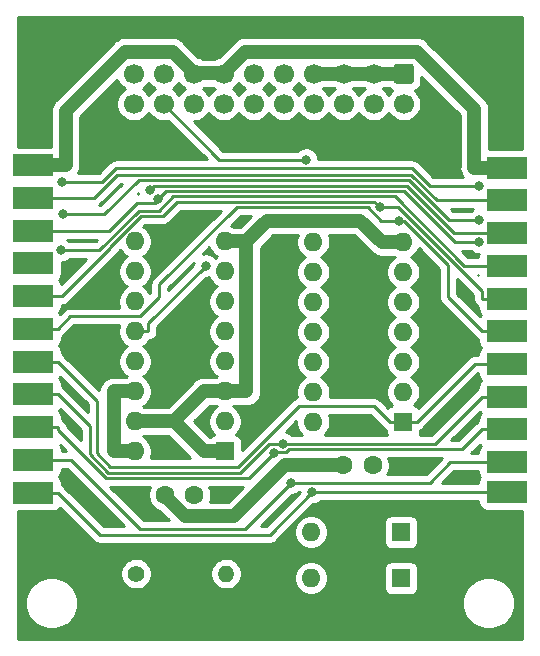
<source format=gbr>
%TF.GenerationSoftware,KiCad,Pcbnew,(5.1.9)-1*%
%TF.CreationDate,2021-05-02T21:25:19-04:00*%
%TF.ProjectId,A-Max,412d4d61-782e-46b6-9963-61645f706362,1.0*%
%TF.SameCoordinates,Original*%
%TF.FileFunction,Copper,L2,Bot*%
%TF.FilePolarity,Positive*%
%FSLAX46Y46*%
G04 Gerber Fmt 4.6, Leading zero omitted, Abs format (unit mm)*
G04 Created by KiCad (PCBNEW (5.1.9)-1) date 2021-05-02 21:25:19*
%MOMM*%
%LPD*%
G01*
G04 APERTURE LIST*
%TA.AperFunction,ComponentPad*%
%ADD10C,1.600000*%
%TD*%
%TA.AperFunction,SMDPad,CuDef*%
%ADD11R,3.480000X1.846667*%
%TD*%
%TA.AperFunction,ComponentPad*%
%ADD12O,1.600000X1.600000*%
%TD*%
%TA.AperFunction,ComponentPad*%
%ADD13R,1.600000X1.600000*%
%TD*%
%TA.AperFunction,ComponentPad*%
%ADD14O,1.400000X1.400000*%
%TD*%
%TA.AperFunction,ComponentPad*%
%ADD15C,1.400000*%
%TD*%
%TA.AperFunction,ComponentPad*%
%ADD16C,1.700000*%
%TD*%
%TA.AperFunction,ViaPad*%
%ADD17C,0.800000*%
%TD*%
%TA.AperFunction,Conductor*%
%ADD18C,1.200000*%
%TD*%
%TA.AperFunction,Conductor*%
%ADD19C,0.250000*%
%TD*%
%TA.AperFunction,NonConductor*%
%ADD20C,0.254000*%
%TD*%
%TA.AperFunction,NonConductor*%
%ADD21C,0.100000*%
%TD*%
G04 APERTURE END LIST*
D10*
%TO.P,C2,2*%
%TO.N,GND*%
X147158000Y-116343000D03*
%TO.P,C2,1*%
%TO.N,+5V*%
X144658000Y-116343000D03*
%TD*%
%TO.P,C1,2*%
%TO.N,GND*%
X132078000Y-118833000D03*
%TO.P,C1,1*%
%TO.N,+5V*%
X129578000Y-118833000D03*
%TD*%
D11*
%TO.P,J1,23*%
%TO.N,+12V*%
X118444000Y-90941000D03*
%TO.P,J1,22*%
%TO.N,_INDEX*%
X118444000Y-93711000D03*
%TO.P,J1,21*%
%TO.N,_SEL2*%
X118444000Y-96481000D03*
%TO.P,J1,20*%
%TO.N,Net-(J1-Pad20)*%
X118444000Y-99251000D03*
%TO.P,J1,19*%
%TO.N,DIR*%
X118444000Y-102021000D03*
%TO.P,J1,18*%
%TO.N,_STEP*%
X118444000Y-104791000D03*
%TO.P,J1,17*%
%TO.N,_DKWD*%
X118444000Y-107561000D03*
%TO.P,J1,16*%
%TO.N,_DKWE*%
X118444000Y-110331000D03*
%TO.P,J1,15*%
%TO.N,_TKO*%
X118444000Y-113101000D03*
%TO.P,J1,14*%
%TO.N,_WPRO*%
X118444000Y-115871000D03*
%TO.P,J1,13*%
%TO.N,_SIDE*%
X118444000Y-118670000D03*
%TD*%
%TO.P,J3,13*%
%TO.N,_SIDE*%
X158500000Y-118611000D03*
%TO.P,J3,14*%
%TO.N,_WPRO*%
X158500000Y-116071000D03*
%TO.P,J3,15*%
%TO.N,_TKO*%
X158500000Y-113301000D03*
%TO.P,J3,16*%
%TO.N,_DKWE*%
X158500000Y-110531000D03*
%TO.P,J3,17*%
%TO.N,_DKWD*%
X158500000Y-107761000D03*
%TO.P,J3,18*%
%TO.N,_STEP*%
X158500000Y-104991000D03*
%TO.P,J3,19*%
%TO.N,DIR*%
X158500000Y-102221000D03*
%TO.P,J3,20*%
%TO.N,_SEL3*%
X158500000Y-99451000D03*
%TO.P,J3,21*%
%TO.N,_SEL1*%
X158500000Y-96681000D03*
%TO.P,J3,22*%
%TO.N,_INDEX*%
X158500000Y-93911000D03*
%TO.P,J3,23*%
%TO.N,+12V*%
X158500000Y-91141000D03*
%TD*%
D12*
%TO.P,D1,2*%
%TO.N,Net-(D1-Pad2)*%
X141948000Y-125893000D03*
D13*
%TO.P,D1,1*%
%TO.N,/_RDY*%
X149568000Y-125893000D03*
%TD*%
D14*
%TO.P,R460,2*%
%TO.N,GND*%
X134771000Y-125511000D03*
D15*
%TO.P,R460,1*%
%TO.N,_SEL2*%
X127151000Y-125511000D03*
%TD*%
D12*
%TO.P,D2,2*%
%TO.N,Net-(D1-Pad2)*%
X141948000Y-121993000D03*
D13*
%TO.P,D2,1*%
%TO.N,/_DKRD*%
X149568000Y-121993000D03*
%TD*%
D16*
%TO.P,J2,20*%
%TO.N,Net-(J2-Pad20)*%
X126940000Y-85733000D03*
%TO.P,J2,18*%
%TO.N,WR*%
X129480000Y-85733000D03*
%TO.P,J2,16*%
%TO.N,RD*%
X132020000Y-85733000D03*
%TO.P,J2,14*%
%TO.N,_Enbl2*%
X134560000Y-85733000D03*
%TO.P,J2,12*%
%TO.N,_TKO*%
X137100000Y-85733000D03*
%TO.P,J2,10*%
%TO.N,_DKWE*%
X139640000Y-85733000D03*
%TO.P,J2,8*%
%TO.N,_WPRO*%
X142180000Y-85733000D03*
%TO.P,J2,6*%
%TO.N,_SIDE*%
X144720000Y-85733000D03*
%TO.P,J2,4*%
%TO.N,DIR*%
X147260000Y-85733000D03*
%TO.P,J2,2*%
%TO.N,_STEP*%
X149800000Y-85733000D03*
%TO.P,J2,19*%
%TO.N,Net-(J2-Pad19)*%
X126940000Y-83193000D03*
%TO.P,J2,17*%
%TO.N,Net-(J2-Pad17)*%
X129480000Y-83193000D03*
%TO.P,J2,15*%
%TO.N,+12V*%
X132020000Y-83193000D03*
%TO.P,J2,13*%
X134560000Y-83193000D03*
%TO.P,J2,11*%
%TO.N,+5V*%
X137100000Y-83193000D03*
%TO.P,J2,9*%
%TO.N,Net-(J2-Pad9)*%
X139640000Y-83193000D03*
%TO.P,J2,7*%
%TO.N,GND*%
X142180000Y-83193000D03*
%TO.P,J2,5*%
X144720000Y-83193000D03*
%TO.P,J2,3*%
X147260000Y-83193000D03*
%TO.P,J2,1*%
%TA.AperFunction,ComponentPad*%
G36*
G01*
X149200000Y-82343000D02*
X150400000Y-82343000D01*
G75*
G02*
X150650000Y-82593000I0J-250000D01*
G01*
X150650000Y-83793000D01*
G75*
G02*
X150400000Y-84043000I-250000J0D01*
G01*
X149200000Y-84043000D01*
G75*
G02*
X148950000Y-83793000I0J250000D01*
G01*
X148950000Y-82593000D01*
G75*
G02*
X149200000Y-82343000I250000J0D01*
G01*
G37*
%TD.AperFunction*%
%TD*%
D12*
%TO.P,U2,14*%
%TO.N,+5V*%
X142137000Y-112684000D03*
%TO.P,U2,7*%
%TO.N,GND*%
X149757000Y-97444000D03*
%TO.P,U2,13*%
%TO.N,Net-(U2-Pad13)*%
X142137000Y-110144000D03*
%TO.P,U2,6*%
%TO.N,Net-(U2-Pad6)*%
X149757000Y-99984000D03*
%TO.P,U2,12*%
%TO.N,Net-(U2-Pad12)*%
X142137000Y-107604000D03*
%TO.P,U2,5*%
%TO.N,Net-(U2-Pad5)*%
X149757000Y-102524000D03*
%TO.P,U2,11*%
%TO.N,Net-(U2-Pad11)*%
X142137000Y-105064000D03*
%TO.P,U2,4*%
%TO.N,Net-(U2-Pad4)*%
X149757000Y-105064000D03*
%TO.P,U2,10*%
%TO.N,Net-(U2-Pad10)*%
X142137000Y-102524000D03*
%TO.P,U2,3*%
%TO.N,WR*%
X149757000Y-107604000D03*
%TO.P,U2,9*%
%TO.N,Net-(U2-Pad9)*%
X142137000Y-99984000D03*
%TO.P,U2,2*%
%TO.N,DIR*%
X149757000Y-110144000D03*
%TO.P,U2,8*%
%TO.N,Net-(U2-Pad8)*%
X142137000Y-97444000D03*
D13*
%TO.P,U2,1*%
%TO.N,_DKWD*%
X149757000Y-112684000D03*
%TD*%
D12*
%TO.P,U1,16*%
%TO.N,+5V*%
X127054000Y-115168000D03*
%TO.P,U1,8*%
%TO.N,GND*%
X134674000Y-97388000D03*
%TO.P,U1,15*%
X127054000Y-112628000D03*
%TO.P,U1,7*%
%TO.N,Net-(U1-Pad7)*%
X134674000Y-99928000D03*
%TO.P,U1,14*%
%TO.N,+5V*%
X127054000Y-110088000D03*
%TO.P,U1,6*%
%TO.N,Net-(U1-Pad6)*%
X134674000Y-102468000D03*
%TO.P,U1,13*%
%TO.N,_SEL1*%
X127054000Y-107548000D03*
%TO.P,U1,5*%
%TO.N,Net-(U1-Pad5)*%
X134674000Y-105008000D03*
%TO.P,U1,12*%
%TO.N,_Enbl2*%
X127054000Y-105008000D03*
%TO.P,U1,4*%
%TO.N,Net-(D1-Pad2)*%
X134674000Y-107548000D03*
%TO.P,U1,11*%
%TO.N,Net-(U1-Pad11)*%
X127054000Y-102468000D03*
%TO.P,U1,3*%
%TO.N,GND*%
X134674000Y-110088000D03*
%TO.P,U1,10*%
%TO.N,Net-(U1-Pad10)*%
X127054000Y-99928000D03*
%TO.P,U1,2*%
%TO.N,RD*%
X134674000Y-112628000D03*
%TO.P,U1,9*%
%TO.N,Net-(U1-Pad9)*%
X127054000Y-97388000D03*
D13*
%TO.P,U1,1*%
%TO.N,GND*%
X134674000Y-115168000D03*
%TD*%
D17*
%TO.N,_SEL1*%
X128295200Y-93062100D03*
%TO.N,_SEL3*%
X120795100Y-98128800D03*
%TO.N,DIR*%
X147765800Y-94474000D03*
%TO.N,_STEP*%
X149437400Y-95638300D03*
%TO.N,_DKWE*%
X139561800Y-114500400D03*
%TO.N,_TKO*%
X138848500Y-115276000D03*
%TO.N,_WPRO*%
X140275000Y-117813200D03*
%TO.N,_SIDE*%
X142072300Y-118611000D03*
%TO.N,_CHNG*%
X120873700Y-92350000D03*
X156131600Y-92672500D03*
%TO.N,_DRES*%
X120938400Y-95096000D03*
X156140100Y-95596900D03*
%TO.N,_SEL2*%
X156134800Y-97413200D03*
X129023700Y-93786200D03*
%TO.N,WR*%
X141539700Y-90450000D03*
%TO.N,_Enbl2*%
X133032900Y-99427900D03*
%TD*%
D18*
%TO.N,+5V*%
X144658000Y-116343000D02*
X144650000Y-116351000D01*
X144650000Y-116351000D02*
X139753800Y-116351000D01*
X139753800Y-116351000D02*
X135464000Y-120640800D01*
X135464000Y-120640800D02*
X131296900Y-120640800D01*
X131296900Y-120640800D02*
X129578000Y-118921900D01*
X129578000Y-118921900D02*
X129578000Y-118833000D01*
X127054000Y-115168000D02*
X125253700Y-115168000D01*
X127054000Y-110088000D02*
X125253700Y-110088000D01*
X125253700Y-110088000D02*
X125253700Y-115168000D01*
%TO.N,GND*%
X149800000Y-83193000D02*
X147260000Y-83193000D01*
X130333700Y-112628000D02*
X132873700Y-115168000D01*
X127054000Y-112628000D02*
X130333700Y-112628000D01*
X130333700Y-112628000D02*
X132873700Y-110088000D01*
X134674000Y-110088000D02*
X132873700Y-110088000D01*
X136474300Y-97388000D02*
X138238300Y-95624000D01*
X138238300Y-95624000D02*
X146136700Y-95624000D01*
X146136700Y-95624000D02*
X147956700Y-97444000D01*
X134674000Y-110088000D02*
X136474300Y-110088000D01*
X136474300Y-110088000D02*
X136474300Y-97388000D01*
X144720000Y-83193000D02*
X142180000Y-83193000D01*
X147260000Y-83193000D02*
X144720000Y-83193000D01*
X149757000Y-97444000D02*
X147956700Y-97444000D01*
X134674000Y-97388000D02*
X136474300Y-97388000D01*
X134674000Y-115168000D02*
X132873700Y-115168000D01*
%TO.N,+12V*%
X132020000Y-83145300D02*
X132020000Y-83113600D01*
X132020000Y-83113600D02*
X130231400Y-81325000D01*
X130231400Y-81325000D02*
X126170000Y-81325000D01*
X126170000Y-81325000D02*
X121184300Y-86310700D01*
X121184300Y-86310700D02*
X121184300Y-90941000D01*
X132020000Y-83193000D02*
X132020000Y-83145300D01*
X134560000Y-83145300D02*
X134560000Y-83193000D01*
X155759700Y-91141000D02*
X155759700Y-86180100D01*
X155759700Y-86180100D02*
X150890500Y-81310900D01*
X150890500Y-81310900D02*
X136346800Y-81310900D01*
X136346800Y-81310900D02*
X134560000Y-83097700D01*
X134560000Y-83097700D02*
X134560000Y-83145300D01*
X134560000Y-83145300D02*
X132020000Y-83145300D01*
X158500000Y-91141000D02*
X155759700Y-91141000D01*
X118444000Y-90941000D02*
X121184300Y-90941000D01*
D19*
%TO.N,_INDEX*%
X156434700Y-93911000D02*
X152595900Y-93911000D01*
X152595900Y-93911000D02*
X150405800Y-91720900D01*
X150405800Y-91720900D02*
X125549400Y-91720900D01*
X125549400Y-91720900D02*
X123559300Y-93711000D01*
X123559300Y-93711000D02*
X120509300Y-93711000D01*
X158500000Y-93911000D02*
X156434700Y-93911000D01*
X118444000Y-93711000D02*
X120509300Y-93711000D01*
%TO.N,_SEL1*%
X158500000Y-96681000D02*
X156434700Y-96681000D01*
X156434700Y-96681000D02*
X154053700Y-96681000D01*
X154053700Y-96681000D02*
X150042400Y-92669700D01*
X150042400Y-92669700D02*
X128687600Y-92669700D01*
X128687600Y-92669700D02*
X128295200Y-93062100D01*
%TO.N,_SEL3*%
X120795100Y-98128800D02*
X124035200Y-98128800D01*
X124035200Y-98128800D02*
X124035200Y-98128700D01*
X124035200Y-98128700D02*
X127398300Y-94765600D01*
X127398300Y-94765600D02*
X129071600Y-94765600D01*
X129071600Y-94765600D02*
X130263900Y-93573300D01*
X130263900Y-93573300D02*
X149035300Y-93573300D01*
X149035300Y-93573300D02*
X154913000Y-99451000D01*
X154913000Y-99451000D02*
X158500000Y-99451000D01*
%TO.N,DIR*%
X120509300Y-102021000D02*
X120859300Y-102021000D01*
X120859300Y-102021000D02*
X124968400Y-97911900D01*
X124968400Y-97911900D02*
X124968400Y-97832400D01*
X124968400Y-97832400D02*
X127584900Y-95215900D01*
X127584900Y-95215900D02*
X129444700Y-95215900D01*
X129444700Y-95215900D02*
X130637000Y-94023600D01*
X130637000Y-94023600D02*
X147315400Y-94023600D01*
X147315400Y-94023600D02*
X147765800Y-94474000D01*
X147765800Y-94474000D02*
X149299100Y-94474000D01*
X149299100Y-94474000D02*
X156434700Y-101609600D01*
X156434700Y-101609600D02*
X156434700Y-102221000D01*
X158500000Y-102221000D02*
X156434700Y-102221000D01*
X118444000Y-102021000D02*
X120509300Y-102021000D01*
%TO.N,_STEP*%
X149437400Y-95638300D02*
X149826500Y-95638300D01*
X149826500Y-95638300D02*
X153569800Y-99381600D01*
X153569800Y-99381600D02*
X153569800Y-102126100D01*
X153569800Y-102126100D02*
X156434700Y-104991000D01*
X120509300Y-104791000D02*
X121562300Y-103738000D01*
X121562300Y-103738000D02*
X127431800Y-103738000D01*
X127431800Y-103738000D02*
X129113500Y-102056300D01*
X129113500Y-102056300D02*
X129113500Y-101030100D01*
X129113500Y-101030100D02*
X135669700Y-94473900D01*
X135669700Y-94473900D02*
X146740000Y-94473900D01*
X146740000Y-94473900D02*
X147904400Y-95638300D01*
X147904400Y-95638300D02*
X149437400Y-95638300D01*
X118444000Y-104791000D02*
X120509300Y-104791000D01*
X158500000Y-104991000D02*
X156434700Y-104991000D01*
%TO.N,_DKWD*%
X118444000Y-107561000D02*
X120509300Y-107561000D01*
X149757000Y-112684000D02*
X148631700Y-112684000D01*
X148631700Y-112684000D02*
X147276500Y-111328800D01*
X147276500Y-111328800D02*
X140903500Y-111328800D01*
X140903500Y-111328800D02*
X135733700Y-116498600D01*
X135733700Y-116498600D02*
X124965000Y-116498600D01*
X124965000Y-116498600D02*
X123803500Y-115337100D01*
X123803500Y-115337100D02*
X123803500Y-110855200D01*
X123803500Y-110855200D02*
X120509300Y-107561000D01*
X150319700Y-112684000D02*
X149757000Y-112684000D01*
X158500000Y-107761000D02*
X155805300Y-107761000D01*
X155805300Y-107761000D02*
X150882300Y-112684000D01*
X150319700Y-112684000D02*
X150882300Y-112684000D01*
%TO.N,_DKWE*%
X120509300Y-110331000D02*
X123193900Y-113015600D01*
X123193900Y-113015600D02*
X123193900Y-115364400D01*
X123193900Y-115364400D02*
X124778400Y-116948900D01*
X124778400Y-116948900D02*
X135920300Y-116948900D01*
X135920300Y-116948900D02*
X138368800Y-114500400D01*
X138368800Y-114500400D02*
X139561800Y-114500400D01*
X118444000Y-110331000D02*
X120509300Y-110331000D01*
X158500000Y-110531000D02*
X156421800Y-110531000D01*
X156421800Y-110531000D02*
X152452400Y-114500400D01*
X152452400Y-114500400D02*
X139561800Y-114500400D01*
%TO.N,_TKO*%
X120509300Y-113101000D02*
X120509300Y-113316700D01*
X120509300Y-113316700D02*
X124591800Y-117399200D01*
X124591800Y-117399200D02*
X136725300Y-117399200D01*
X136725300Y-117399200D02*
X138848500Y-115276000D01*
X138848500Y-115276000D02*
X138898800Y-115225700D01*
X138898800Y-115225700D02*
X139862300Y-115225700D01*
X139862300Y-115225700D02*
X140096400Y-114991600D01*
X140096400Y-114991600D02*
X154744100Y-114991600D01*
X154744100Y-114991600D02*
X156434700Y-113301000D01*
X118444000Y-113101000D02*
X120509300Y-113101000D01*
X158500000Y-113301000D02*
X156434700Y-113301000D01*
%TO.N,_WPRO*%
X140275000Y-117813200D02*
X136320800Y-121767400D01*
X136320800Y-121767400D02*
X127485100Y-121767400D01*
X127485100Y-121767400D02*
X121588700Y-115871000D01*
X121588700Y-115871000D02*
X118444000Y-115871000D01*
X158500000Y-116071000D02*
X153752300Y-116071000D01*
X153752300Y-116071000D02*
X152010100Y-117813200D01*
X152010100Y-117813200D02*
X140275000Y-117813200D01*
%TO.N,_SIDE*%
X118444000Y-118670000D02*
X120509300Y-118670000D01*
X142072300Y-118611000D02*
X138434500Y-122248800D01*
X138434500Y-122248800D02*
X124088100Y-122248800D01*
X124088100Y-122248800D02*
X120509300Y-118670000D01*
X156434700Y-118611000D02*
X142072300Y-118611000D01*
X158500000Y-118611000D02*
X156434700Y-118611000D01*
%TO.N,_CHNG*%
X156131600Y-92672500D02*
X151994300Y-92672500D01*
X151994300Y-92672500D02*
X150528200Y-91206400D01*
X150528200Y-91206400D02*
X125426900Y-91206400D01*
X125426900Y-91206400D02*
X124283300Y-92350000D01*
X124283300Y-92350000D02*
X120873700Y-92350000D01*
%TO.N,_DRES*%
X120938400Y-95096000D02*
X124429000Y-95096000D01*
X124429000Y-95096000D02*
X127353700Y-92171300D01*
X127353700Y-92171300D02*
X150219300Y-92171300D01*
X150219300Y-92171300D02*
X153644900Y-95596900D01*
X153644900Y-95596900D02*
X156140100Y-95596900D01*
%TO.N,_SEL2*%
X129023700Y-93786200D02*
X129689800Y-93120100D01*
X129689800Y-93120100D02*
X149855900Y-93120100D01*
X149855900Y-93120100D02*
X154149000Y-97413200D01*
X154149000Y-97413200D02*
X156134800Y-97413200D01*
X129023700Y-93786200D02*
X128719700Y-94090200D01*
X128719700Y-94090200D02*
X127238800Y-94090200D01*
X127238800Y-94090200D02*
X124848000Y-96481000D01*
X124848000Y-96481000D02*
X118444000Y-96481000D01*
%TO.N,WR*%
X141539700Y-90450000D02*
X134197000Y-90450000D01*
X134197000Y-90450000D02*
X129480000Y-85733000D01*
%TO.N,_Enbl2*%
X127054000Y-105008000D02*
X128179300Y-105008000D01*
X128179300Y-105008000D02*
X128179300Y-104281500D01*
X128179300Y-104281500D02*
X133032900Y-99427900D01*
%TD*%
D20*
X156121928Y-119534333D02*
X156134188Y-119658815D01*
X156170498Y-119778513D01*
X156229463Y-119888827D01*
X156308815Y-119985518D01*
X156405506Y-120064870D01*
X156515820Y-120123835D01*
X156635518Y-120160145D01*
X156760000Y-120172405D01*
X159819749Y-120172405D01*
X159822815Y-131032960D01*
X117142814Y-131032960D01*
X117141896Y-127779872D01*
X117765000Y-127779872D01*
X117765000Y-128220128D01*
X117850890Y-128651925D01*
X118019369Y-129058669D01*
X118263962Y-129424729D01*
X118575271Y-129736038D01*
X118941331Y-129980631D01*
X119348075Y-130149110D01*
X119779872Y-130235000D01*
X120220128Y-130235000D01*
X120651925Y-130149110D01*
X121058669Y-129980631D01*
X121424729Y-129736038D01*
X121736038Y-129424729D01*
X121980631Y-129058669D01*
X122149110Y-128651925D01*
X122235000Y-128220128D01*
X122235000Y-127779872D01*
X154765000Y-127779872D01*
X154765000Y-128220128D01*
X154850890Y-128651925D01*
X155019369Y-129058669D01*
X155263962Y-129424729D01*
X155575271Y-129736038D01*
X155941331Y-129980631D01*
X156348075Y-130149110D01*
X156779872Y-130235000D01*
X157220128Y-130235000D01*
X157651925Y-130149110D01*
X158058669Y-129980631D01*
X158424729Y-129736038D01*
X158736038Y-129424729D01*
X158980631Y-129058669D01*
X159149110Y-128651925D01*
X159235000Y-128220128D01*
X159235000Y-127779872D01*
X159149110Y-127348075D01*
X158980631Y-126941331D01*
X158736038Y-126575271D01*
X158424729Y-126263962D01*
X158058669Y-126019369D01*
X157651925Y-125850890D01*
X157220128Y-125765000D01*
X156779872Y-125765000D01*
X156348075Y-125850890D01*
X155941331Y-126019369D01*
X155575271Y-126263962D01*
X155263962Y-126575271D01*
X155019369Y-126941331D01*
X154850890Y-127348075D01*
X154765000Y-127779872D01*
X122235000Y-127779872D01*
X122149110Y-127348075D01*
X121980631Y-126941331D01*
X121736038Y-126575271D01*
X121424729Y-126263962D01*
X121058669Y-126019369D01*
X120651925Y-125850890D01*
X120220128Y-125765000D01*
X119779872Y-125765000D01*
X119348075Y-125850890D01*
X118941331Y-126019369D01*
X118575271Y-126263962D01*
X118263962Y-126575271D01*
X118019369Y-126941331D01*
X117850890Y-127348075D01*
X117765000Y-127779872D01*
X117141896Y-127779872D01*
X117141219Y-125379514D01*
X125816000Y-125379514D01*
X125816000Y-125642486D01*
X125867304Y-125900405D01*
X125967939Y-126143359D01*
X126114038Y-126362013D01*
X126299987Y-126547962D01*
X126518641Y-126694061D01*
X126761595Y-126794696D01*
X127019514Y-126846000D01*
X127282486Y-126846000D01*
X127540405Y-126794696D01*
X127783359Y-126694061D01*
X128002013Y-126547962D01*
X128187962Y-126362013D01*
X128334061Y-126143359D01*
X128434696Y-125900405D01*
X128486000Y-125642486D01*
X128486000Y-125379514D01*
X133436000Y-125379514D01*
X133436000Y-125642486D01*
X133487304Y-125900405D01*
X133587939Y-126143359D01*
X133734038Y-126362013D01*
X133919987Y-126547962D01*
X134138641Y-126694061D01*
X134381595Y-126794696D01*
X134639514Y-126846000D01*
X134902486Y-126846000D01*
X135160405Y-126794696D01*
X135403359Y-126694061D01*
X135622013Y-126547962D01*
X135807962Y-126362013D01*
X135954061Y-126143359D01*
X136054696Y-125900405D01*
X136084282Y-125751665D01*
X140513000Y-125751665D01*
X140513000Y-126034335D01*
X140568147Y-126311574D01*
X140676320Y-126572727D01*
X140833363Y-126807759D01*
X141033241Y-127007637D01*
X141268273Y-127164680D01*
X141529426Y-127272853D01*
X141806665Y-127328000D01*
X142089335Y-127328000D01*
X142366574Y-127272853D01*
X142627727Y-127164680D01*
X142862759Y-127007637D01*
X143062637Y-126807759D01*
X143219680Y-126572727D01*
X143327853Y-126311574D01*
X143383000Y-126034335D01*
X143383000Y-125751665D01*
X143327853Y-125474426D01*
X143219680Y-125213273D01*
X143139317Y-125093000D01*
X148129928Y-125093000D01*
X148129928Y-126693000D01*
X148142188Y-126817482D01*
X148178498Y-126937180D01*
X148237463Y-127047494D01*
X148316815Y-127144185D01*
X148413506Y-127223537D01*
X148523820Y-127282502D01*
X148643518Y-127318812D01*
X148768000Y-127331072D01*
X150368000Y-127331072D01*
X150492482Y-127318812D01*
X150612180Y-127282502D01*
X150722494Y-127223537D01*
X150819185Y-127144185D01*
X150898537Y-127047494D01*
X150957502Y-126937180D01*
X150993812Y-126817482D01*
X151006072Y-126693000D01*
X151006072Y-125093000D01*
X150993812Y-124968518D01*
X150957502Y-124848820D01*
X150898537Y-124738506D01*
X150819185Y-124641815D01*
X150722494Y-124562463D01*
X150612180Y-124503498D01*
X150492482Y-124467188D01*
X150368000Y-124454928D01*
X148768000Y-124454928D01*
X148643518Y-124467188D01*
X148523820Y-124503498D01*
X148413506Y-124562463D01*
X148316815Y-124641815D01*
X148237463Y-124738506D01*
X148178498Y-124848820D01*
X148142188Y-124968518D01*
X148129928Y-125093000D01*
X143139317Y-125093000D01*
X143062637Y-124978241D01*
X142862759Y-124778363D01*
X142627727Y-124621320D01*
X142366574Y-124513147D01*
X142089335Y-124458000D01*
X141806665Y-124458000D01*
X141529426Y-124513147D01*
X141268273Y-124621320D01*
X141033241Y-124778363D01*
X140833363Y-124978241D01*
X140676320Y-125213273D01*
X140568147Y-125474426D01*
X140513000Y-125751665D01*
X136084282Y-125751665D01*
X136106000Y-125642486D01*
X136106000Y-125379514D01*
X136054696Y-125121595D01*
X135954061Y-124878641D01*
X135807962Y-124659987D01*
X135622013Y-124474038D01*
X135403359Y-124327939D01*
X135160405Y-124227304D01*
X134902486Y-124176000D01*
X134639514Y-124176000D01*
X134381595Y-124227304D01*
X134138641Y-124327939D01*
X133919987Y-124474038D01*
X133734038Y-124659987D01*
X133587939Y-124878641D01*
X133487304Y-125121595D01*
X133436000Y-125379514D01*
X128486000Y-125379514D01*
X128434696Y-125121595D01*
X128334061Y-124878641D01*
X128187962Y-124659987D01*
X128002013Y-124474038D01*
X127783359Y-124327939D01*
X127540405Y-124227304D01*
X127282486Y-124176000D01*
X127019514Y-124176000D01*
X126761595Y-124227304D01*
X126518641Y-124327939D01*
X126299987Y-124474038D01*
X126114038Y-124659987D01*
X125967939Y-124878641D01*
X125867304Y-125121595D01*
X125816000Y-125379514D01*
X117141219Y-125379514D01*
X117139765Y-120231405D01*
X120184000Y-120231405D01*
X120308482Y-120219145D01*
X120428180Y-120182835D01*
X120538494Y-120123870D01*
X120635185Y-120044518D01*
X120713540Y-119949042D01*
X123524305Y-122759808D01*
X123548099Y-122788801D01*
X123577092Y-122812595D01*
X123577096Y-122812599D01*
X123647785Y-122870611D01*
X123663824Y-122883774D01*
X123795853Y-122954346D01*
X123939114Y-122997803D01*
X124050767Y-123008800D01*
X124050776Y-123008800D01*
X124088099Y-123012476D01*
X124125422Y-123008800D01*
X138397178Y-123008800D01*
X138434500Y-123012476D01*
X138471822Y-123008800D01*
X138471833Y-123008800D01*
X138583486Y-122997803D01*
X138726747Y-122954346D01*
X138858776Y-122883774D01*
X138974501Y-122788801D01*
X138998304Y-122759797D01*
X139906436Y-121851665D01*
X140513000Y-121851665D01*
X140513000Y-122134335D01*
X140568147Y-122411574D01*
X140676320Y-122672727D01*
X140833363Y-122907759D01*
X141033241Y-123107637D01*
X141268273Y-123264680D01*
X141529426Y-123372853D01*
X141806665Y-123428000D01*
X142089335Y-123428000D01*
X142366574Y-123372853D01*
X142627727Y-123264680D01*
X142862759Y-123107637D01*
X143062637Y-122907759D01*
X143219680Y-122672727D01*
X143327853Y-122411574D01*
X143383000Y-122134335D01*
X143383000Y-121851665D01*
X143327853Y-121574426D01*
X143219680Y-121313273D01*
X143139317Y-121193000D01*
X148129928Y-121193000D01*
X148129928Y-122793000D01*
X148142188Y-122917482D01*
X148178498Y-123037180D01*
X148237463Y-123147494D01*
X148316815Y-123244185D01*
X148413506Y-123323537D01*
X148523820Y-123382502D01*
X148643518Y-123418812D01*
X148768000Y-123431072D01*
X150368000Y-123431072D01*
X150492482Y-123418812D01*
X150612180Y-123382502D01*
X150722494Y-123323537D01*
X150819185Y-123244185D01*
X150898537Y-123147494D01*
X150957502Y-123037180D01*
X150993812Y-122917482D01*
X151006072Y-122793000D01*
X151006072Y-121193000D01*
X150993812Y-121068518D01*
X150957502Y-120948820D01*
X150898537Y-120838506D01*
X150819185Y-120741815D01*
X150722494Y-120662463D01*
X150612180Y-120603498D01*
X150492482Y-120567188D01*
X150368000Y-120554928D01*
X148768000Y-120554928D01*
X148643518Y-120567188D01*
X148523820Y-120603498D01*
X148413506Y-120662463D01*
X148316815Y-120741815D01*
X148237463Y-120838506D01*
X148178498Y-120948820D01*
X148142188Y-121068518D01*
X148129928Y-121193000D01*
X143139317Y-121193000D01*
X143062637Y-121078241D01*
X142862759Y-120878363D01*
X142627727Y-120721320D01*
X142366574Y-120613147D01*
X142089335Y-120558000D01*
X141806665Y-120558000D01*
X141529426Y-120613147D01*
X141268273Y-120721320D01*
X141033241Y-120878363D01*
X140833363Y-121078241D01*
X140676320Y-121313273D01*
X140568147Y-121574426D01*
X140513000Y-121851665D01*
X139906436Y-121851665D01*
X142112102Y-119646000D01*
X142174239Y-119646000D01*
X142374198Y-119606226D01*
X142562556Y-119528205D01*
X142732074Y-119414937D01*
X142776011Y-119371000D01*
X156121928Y-119371000D01*
X156121928Y-119534333D01*
%TA.AperFunction,NonConductor*%
D21*
G36*
X156121928Y-119534333D02*
G01*
X156134188Y-119658815D01*
X156170498Y-119778513D01*
X156229463Y-119888827D01*
X156308815Y-119985518D01*
X156405506Y-120064870D01*
X156515820Y-120123835D01*
X156635518Y-120160145D01*
X156760000Y-120172405D01*
X159819749Y-120172405D01*
X159822815Y-131032960D01*
X117142814Y-131032960D01*
X117141896Y-127779872D01*
X117765000Y-127779872D01*
X117765000Y-128220128D01*
X117850890Y-128651925D01*
X118019369Y-129058669D01*
X118263962Y-129424729D01*
X118575271Y-129736038D01*
X118941331Y-129980631D01*
X119348075Y-130149110D01*
X119779872Y-130235000D01*
X120220128Y-130235000D01*
X120651925Y-130149110D01*
X121058669Y-129980631D01*
X121424729Y-129736038D01*
X121736038Y-129424729D01*
X121980631Y-129058669D01*
X122149110Y-128651925D01*
X122235000Y-128220128D01*
X122235000Y-127779872D01*
X154765000Y-127779872D01*
X154765000Y-128220128D01*
X154850890Y-128651925D01*
X155019369Y-129058669D01*
X155263962Y-129424729D01*
X155575271Y-129736038D01*
X155941331Y-129980631D01*
X156348075Y-130149110D01*
X156779872Y-130235000D01*
X157220128Y-130235000D01*
X157651925Y-130149110D01*
X158058669Y-129980631D01*
X158424729Y-129736038D01*
X158736038Y-129424729D01*
X158980631Y-129058669D01*
X159149110Y-128651925D01*
X159235000Y-128220128D01*
X159235000Y-127779872D01*
X159149110Y-127348075D01*
X158980631Y-126941331D01*
X158736038Y-126575271D01*
X158424729Y-126263962D01*
X158058669Y-126019369D01*
X157651925Y-125850890D01*
X157220128Y-125765000D01*
X156779872Y-125765000D01*
X156348075Y-125850890D01*
X155941331Y-126019369D01*
X155575271Y-126263962D01*
X155263962Y-126575271D01*
X155019369Y-126941331D01*
X154850890Y-127348075D01*
X154765000Y-127779872D01*
X122235000Y-127779872D01*
X122149110Y-127348075D01*
X121980631Y-126941331D01*
X121736038Y-126575271D01*
X121424729Y-126263962D01*
X121058669Y-126019369D01*
X120651925Y-125850890D01*
X120220128Y-125765000D01*
X119779872Y-125765000D01*
X119348075Y-125850890D01*
X118941331Y-126019369D01*
X118575271Y-126263962D01*
X118263962Y-126575271D01*
X118019369Y-126941331D01*
X117850890Y-127348075D01*
X117765000Y-127779872D01*
X117141896Y-127779872D01*
X117141219Y-125379514D01*
X125816000Y-125379514D01*
X125816000Y-125642486D01*
X125867304Y-125900405D01*
X125967939Y-126143359D01*
X126114038Y-126362013D01*
X126299987Y-126547962D01*
X126518641Y-126694061D01*
X126761595Y-126794696D01*
X127019514Y-126846000D01*
X127282486Y-126846000D01*
X127540405Y-126794696D01*
X127783359Y-126694061D01*
X128002013Y-126547962D01*
X128187962Y-126362013D01*
X128334061Y-126143359D01*
X128434696Y-125900405D01*
X128486000Y-125642486D01*
X128486000Y-125379514D01*
X133436000Y-125379514D01*
X133436000Y-125642486D01*
X133487304Y-125900405D01*
X133587939Y-126143359D01*
X133734038Y-126362013D01*
X133919987Y-126547962D01*
X134138641Y-126694061D01*
X134381595Y-126794696D01*
X134639514Y-126846000D01*
X134902486Y-126846000D01*
X135160405Y-126794696D01*
X135403359Y-126694061D01*
X135622013Y-126547962D01*
X135807962Y-126362013D01*
X135954061Y-126143359D01*
X136054696Y-125900405D01*
X136084282Y-125751665D01*
X140513000Y-125751665D01*
X140513000Y-126034335D01*
X140568147Y-126311574D01*
X140676320Y-126572727D01*
X140833363Y-126807759D01*
X141033241Y-127007637D01*
X141268273Y-127164680D01*
X141529426Y-127272853D01*
X141806665Y-127328000D01*
X142089335Y-127328000D01*
X142366574Y-127272853D01*
X142627727Y-127164680D01*
X142862759Y-127007637D01*
X143062637Y-126807759D01*
X143219680Y-126572727D01*
X143327853Y-126311574D01*
X143383000Y-126034335D01*
X143383000Y-125751665D01*
X143327853Y-125474426D01*
X143219680Y-125213273D01*
X143139317Y-125093000D01*
X148129928Y-125093000D01*
X148129928Y-126693000D01*
X148142188Y-126817482D01*
X148178498Y-126937180D01*
X148237463Y-127047494D01*
X148316815Y-127144185D01*
X148413506Y-127223537D01*
X148523820Y-127282502D01*
X148643518Y-127318812D01*
X148768000Y-127331072D01*
X150368000Y-127331072D01*
X150492482Y-127318812D01*
X150612180Y-127282502D01*
X150722494Y-127223537D01*
X150819185Y-127144185D01*
X150898537Y-127047494D01*
X150957502Y-126937180D01*
X150993812Y-126817482D01*
X151006072Y-126693000D01*
X151006072Y-125093000D01*
X150993812Y-124968518D01*
X150957502Y-124848820D01*
X150898537Y-124738506D01*
X150819185Y-124641815D01*
X150722494Y-124562463D01*
X150612180Y-124503498D01*
X150492482Y-124467188D01*
X150368000Y-124454928D01*
X148768000Y-124454928D01*
X148643518Y-124467188D01*
X148523820Y-124503498D01*
X148413506Y-124562463D01*
X148316815Y-124641815D01*
X148237463Y-124738506D01*
X148178498Y-124848820D01*
X148142188Y-124968518D01*
X148129928Y-125093000D01*
X143139317Y-125093000D01*
X143062637Y-124978241D01*
X142862759Y-124778363D01*
X142627727Y-124621320D01*
X142366574Y-124513147D01*
X142089335Y-124458000D01*
X141806665Y-124458000D01*
X141529426Y-124513147D01*
X141268273Y-124621320D01*
X141033241Y-124778363D01*
X140833363Y-124978241D01*
X140676320Y-125213273D01*
X140568147Y-125474426D01*
X140513000Y-125751665D01*
X136084282Y-125751665D01*
X136106000Y-125642486D01*
X136106000Y-125379514D01*
X136054696Y-125121595D01*
X135954061Y-124878641D01*
X135807962Y-124659987D01*
X135622013Y-124474038D01*
X135403359Y-124327939D01*
X135160405Y-124227304D01*
X134902486Y-124176000D01*
X134639514Y-124176000D01*
X134381595Y-124227304D01*
X134138641Y-124327939D01*
X133919987Y-124474038D01*
X133734038Y-124659987D01*
X133587939Y-124878641D01*
X133487304Y-125121595D01*
X133436000Y-125379514D01*
X128486000Y-125379514D01*
X128434696Y-125121595D01*
X128334061Y-124878641D01*
X128187962Y-124659987D01*
X128002013Y-124474038D01*
X127783359Y-124327939D01*
X127540405Y-124227304D01*
X127282486Y-124176000D01*
X127019514Y-124176000D01*
X126761595Y-124227304D01*
X126518641Y-124327939D01*
X126299987Y-124474038D01*
X126114038Y-124659987D01*
X125967939Y-124878641D01*
X125867304Y-125121595D01*
X125816000Y-125379514D01*
X117141219Y-125379514D01*
X117139765Y-120231405D01*
X120184000Y-120231405D01*
X120308482Y-120219145D01*
X120428180Y-120182835D01*
X120538494Y-120123870D01*
X120635185Y-120044518D01*
X120713540Y-119949042D01*
X123524305Y-122759808D01*
X123548099Y-122788801D01*
X123577092Y-122812595D01*
X123577096Y-122812599D01*
X123647785Y-122870611D01*
X123663824Y-122883774D01*
X123795853Y-122954346D01*
X123939114Y-122997803D01*
X124050767Y-123008800D01*
X124050776Y-123008800D01*
X124088099Y-123012476D01*
X124125422Y-123008800D01*
X138397178Y-123008800D01*
X138434500Y-123012476D01*
X138471822Y-123008800D01*
X138471833Y-123008800D01*
X138583486Y-122997803D01*
X138726747Y-122954346D01*
X138858776Y-122883774D01*
X138974501Y-122788801D01*
X138998304Y-122759797D01*
X139906436Y-121851665D01*
X140513000Y-121851665D01*
X140513000Y-122134335D01*
X140568147Y-122411574D01*
X140676320Y-122672727D01*
X140833363Y-122907759D01*
X141033241Y-123107637D01*
X141268273Y-123264680D01*
X141529426Y-123372853D01*
X141806665Y-123428000D01*
X142089335Y-123428000D01*
X142366574Y-123372853D01*
X142627727Y-123264680D01*
X142862759Y-123107637D01*
X143062637Y-122907759D01*
X143219680Y-122672727D01*
X143327853Y-122411574D01*
X143383000Y-122134335D01*
X143383000Y-121851665D01*
X143327853Y-121574426D01*
X143219680Y-121313273D01*
X143139317Y-121193000D01*
X148129928Y-121193000D01*
X148129928Y-122793000D01*
X148142188Y-122917482D01*
X148178498Y-123037180D01*
X148237463Y-123147494D01*
X148316815Y-123244185D01*
X148413506Y-123323537D01*
X148523820Y-123382502D01*
X148643518Y-123418812D01*
X148768000Y-123431072D01*
X150368000Y-123431072D01*
X150492482Y-123418812D01*
X150612180Y-123382502D01*
X150722494Y-123323537D01*
X150819185Y-123244185D01*
X150898537Y-123147494D01*
X150957502Y-123037180D01*
X150993812Y-122917482D01*
X151006072Y-122793000D01*
X151006072Y-121193000D01*
X150993812Y-121068518D01*
X150957502Y-120948820D01*
X150898537Y-120838506D01*
X150819185Y-120741815D01*
X150722494Y-120662463D01*
X150612180Y-120603498D01*
X150492482Y-120567188D01*
X150368000Y-120554928D01*
X148768000Y-120554928D01*
X148643518Y-120567188D01*
X148523820Y-120603498D01*
X148413506Y-120662463D01*
X148316815Y-120741815D01*
X148237463Y-120838506D01*
X148178498Y-120948820D01*
X148142188Y-121068518D01*
X148129928Y-121193000D01*
X143139317Y-121193000D01*
X143062637Y-121078241D01*
X142862759Y-120878363D01*
X142627727Y-120721320D01*
X142366574Y-120613147D01*
X142089335Y-120558000D01*
X141806665Y-120558000D01*
X141529426Y-120613147D01*
X141268273Y-120721320D01*
X141033241Y-120878363D01*
X140833363Y-121078241D01*
X140676320Y-121313273D01*
X140568147Y-121574426D01*
X140513000Y-121851665D01*
X139906436Y-121851665D01*
X142112102Y-119646000D01*
X142174239Y-119646000D01*
X142374198Y-119606226D01*
X142562556Y-119528205D01*
X142732074Y-119414937D01*
X142776011Y-119371000D01*
X156121928Y-119371000D01*
X156121928Y-119534333D01*
G37*
%TD.AperFunction*%
D20*
X126131698Y-121488800D02*
X124402903Y-121488800D01*
X121073104Y-118159003D01*
X121049301Y-118129999D01*
X120933576Y-118035026D01*
X120822072Y-117975425D01*
X120822072Y-117746667D01*
X120809812Y-117622185D01*
X120773502Y-117502487D01*
X120714537Y-117392173D01*
X120635185Y-117295482D01*
X120604744Y-117270500D01*
X120635185Y-117245518D01*
X120714537Y-117148827D01*
X120773502Y-117038513D01*
X120809812Y-116918815D01*
X120822072Y-116794333D01*
X120822072Y-116631000D01*
X121273899Y-116631000D01*
X126131698Y-121488800D01*
%TA.AperFunction,NonConductor*%
D21*
G36*
X126131698Y-121488800D02*
G01*
X124402903Y-121488800D01*
X121073104Y-118159003D01*
X121049301Y-118129999D01*
X120933576Y-118035026D01*
X120822072Y-117975425D01*
X120822072Y-117746667D01*
X120809812Y-117622185D01*
X120773502Y-117502487D01*
X120714537Y-117392173D01*
X120635185Y-117295482D01*
X120604744Y-117270500D01*
X120635185Y-117245518D01*
X120714537Y-117148827D01*
X120773502Y-117038513D01*
X120809812Y-116918815D01*
X120822072Y-116794333D01*
X120822072Y-116631000D01*
X121273899Y-116631000D01*
X126131698Y-121488800D01*
G37*
%TD.AperFunction*%
D20*
X138119699Y-121488800D02*
X137674201Y-121488800D01*
X140314802Y-118848200D01*
X140376939Y-118848200D01*
X140576898Y-118808426D01*
X140765256Y-118730405D01*
X140934774Y-118617137D01*
X140978711Y-118573200D01*
X141035298Y-118573200D01*
X138119699Y-121488800D01*
%TA.AperFunction,NonConductor*%
D21*
G36*
X138119699Y-121488800D02*
G01*
X137674201Y-121488800D01*
X140314802Y-118848200D01*
X140376939Y-118848200D01*
X140576898Y-118808426D01*
X140765256Y-118730405D01*
X140934774Y-118617137D01*
X140978711Y-118573200D01*
X141035298Y-118573200D01*
X138119699Y-121488800D01*
G37*
%TD.AperFunction*%
D20*
X128198147Y-118414426D02*
X128143000Y-118691665D01*
X128143000Y-118974335D01*
X128198147Y-119251574D01*
X128306320Y-119512727D01*
X128463363Y-119747759D01*
X128663241Y-119947637D01*
X128898273Y-120104680D01*
X129096218Y-120186672D01*
X129916946Y-121007400D01*
X127799902Y-121007400D01*
X124951701Y-118159200D01*
X128303865Y-118159200D01*
X128198147Y-118414426D01*
%TA.AperFunction,NonConductor*%
D21*
G36*
X128198147Y-118414426D02*
G01*
X128143000Y-118691665D01*
X128143000Y-118974335D01*
X128198147Y-119251574D01*
X128306320Y-119512727D01*
X128463363Y-119747759D01*
X128663241Y-119947637D01*
X128898273Y-120104680D01*
X129096218Y-120186672D01*
X129916946Y-121007400D01*
X127799902Y-121007400D01*
X124951701Y-118159200D01*
X128303865Y-118159200D01*
X128198147Y-118414426D01*
G37*
%TD.AperFunction*%
D20*
X134952447Y-119405800D02*
X133393971Y-119405800D01*
X133457853Y-119251574D01*
X133513000Y-118974335D01*
X133513000Y-118691665D01*
X133457853Y-118414426D01*
X133352135Y-118159200D01*
X136199047Y-118159200D01*
X134952447Y-119405800D01*
%TA.AperFunction,NonConductor*%
D21*
G36*
X134952447Y-119405800D02*
G01*
X133393971Y-119405800D01*
X133457853Y-119251574D01*
X133513000Y-118974335D01*
X133513000Y-118691665D01*
X133457853Y-118414426D01*
X133352135Y-118159200D01*
X136199047Y-118159200D01*
X134952447Y-119405800D01*
G37*
%TD.AperFunction*%
D20*
X156121928Y-116994333D02*
X156134188Y-117118815D01*
X156170498Y-117238513D01*
X156225279Y-117341000D01*
X156170498Y-117443487D01*
X156134188Y-117563185D01*
X156121928Y-117687667D01*
X156121928Y-117851000D01*
X153047101Y-117851000D01*
X154067102Y-116831000D01*
X156121928Y-116831000D01*
X156121928Y-116994333D01*
%TA.AperFunction,NonConductor*%
D21*
G36*
X156121928Y-116994333D02*
G01*
X156134188Y-117118815D01*
X156170498Y-117238513D01*
X156225279Y-117341000D01*
X156170498Y-117443487D01*
X156134188Y-117563185D01*
X156121928Y-117687667D01*
X156121928Y-117851000D01*
X153047101Y-117851000D01*
X154067102Y-116831000D01*
X156121928Y-116831000D01*
X156121928Y-116994333D01*
G37*
%TD.AperFunction*%
D20*
X151695299Y-117053200D02*
X148409319Y-117053200D01*
X148429680Y-117022727D01*
X148537853Y-116761574D01*
X148593000Y-116484335D01*
X148593000Y-116201665D01*
X148537853Y-115924426D01*
X148466266Y-115751600D01*
X152996898Y-115751600D01*
X151695299Y-117053200D01*
%TA.AperFunction,NonConductor*%
D21*
G36*
X151695299Y-117053200D02*
G01*
X148409319Y-117053200D01*
X148429680Y-117022727D01*
X148537853Y-116761574D01*
X148593000Y-116484335D01*
X148593000Y-116201665D01*
X148537853Y-115924426D01*
X148466266Y-115751600D01*
X152996898Y-115751600D01*
X151695299Y-117053200D01*
G37*
%TD.AperFunction*%
D20*
X131697746Y-115738600D02*
X128370882Y-115738600D01*
X128433853Y-115586574D01*
X128489000Y-115309335D01*
X128489000Y-115026665D01*
X128433853Y-114749426D01*
X128325680Y-114488273D01*
X128168637Y-114253241D01*
X127968759Y-114053363D01*
X127736241Y-113898000D01*
X127788623Y-113863000D01*
X129822147Y-113863000D01*
X131697746Y-115738600D01*
%TA.AperFunction,NonConductor*%
D21*
G36*
X131697746Y-115738600D02*
G01*
X128370882Y-115738600D01*
X128433853Y-115586574D01*
X128489000Y-115309335D01*
X128489000Y-115026665D01*
X128433853Y-114749426D01*
X128325680Y-114488273D01*
X128168637Y-114253241D01*
X127968759Y-114053363D01*
X127736241Y-113898000D01*
X127788623Y-113863000D01*
X129822147Y-113863000D01*
X131697746Y-115738600D01*
G37*
%TD.AperFunction*%
D20*
X156308815Y-114675518D02*
X156321587Y-114686000D01*
X156308815Y-114696482D01*
X156229463Y-114793173D01*
X156170498Y-114903487D01*
X156134188Y-115023185D01*
X156121928Y-115147667D01*
X156121928Y-115311000D01*
X155499501Y-115311000D01*
X156230460Y-114580042D01*
X156308815Y-114675518D01*
%TA.AperFunction,NonConductor*%
D21*
G36*
X156308815Y-114675518D02*
G01*
X156321587Y-114686000D01*
X156308815Y-114696482D01*
X156229463Y-114793173D01*
X156170498Y-114903487D01*
X156134188Y-115023185D01*
X156121928Y-115147667D01*
X156121928Y-115311000D01*
X155499501Y-115311000D01*
X156230460Y-114580042D01*
X156308815Y-114675518D01*
G37*
%TD.AperFunction*%
D20*
X121228799Y-115111000D02*
X120822072Y-115111000D01*
X120822072Y-114947667D01*
X120809812Y-114823185D01*
X120773502Y-114703487D01*
X120718631Y-114600832D01*
X121228799Y-115111000D01*
%TA.AperFunction,NonConductor*%
D21*
G36*
X121228799Y-115111000D02*
G01*
X120822072Y-115111000D01*
X120822072Y-114947667D01*
X120809812Y-114823185D01*
X120773502Y-114703487D01*
X120718631Y-114600832D01*
X121228799Y-115111000D01*
G37*
%TD.AperFunction*%
D20*
X140757147Y-97025426D02*
X140702000Y-97302665D01*
X140702000Y-97585335D01*
X140757147Y-97862574D01*
X140865320Y-98123727D01*
X141022363Y-98358759D01*
X141222241Y-98558637D01*
X141454759Y-98714000D01*
X141222241Y-98869363D01*
X141022363Y-99069241D01*
X140865320Y-99304273D01*
X140757147Y-99565426D01*
X140702000Y-99842665D01*
X140702000Y-100125335D01*
X140757147Y-100402574D01*
X140865320Y-100663727D01*
X141022363Y-100898759D01*
X141222241Y-101098637D01*
X141454759Y-101254000D01*
X141222241Y-101409363D01*
X141022363Y-101609241D01*
X140865320Y-101844273D01*
X140757147Y-102105426D01*
X140702000Y-102382665D01*
X140702000Y-102665335D01*
X140757147Y-102942574D01*
X140865320Y-103203727D01*
X141022363Y-103438759D01*
X141222241Y-103638637D01*
X141454759Y-103794000D01*
X141222241Y-103949363D01*
X141022363Y-104149241D01*
X140865320Y-104384273D01*
X140757147Y-104645426D01*
X140702000Y-104922665D01*
X140702000Y-105205335D01*
X140757147Y-105482574D01*
X140865320Y-105743727D01*
X141022363Y-105978759D01*
X141222241Y-106178637D01*
X141454759Y-106334000D01*
X141222241Y-106489363D01*
X141022363Y-106689241D01*
X140865320Y-106924273D01*
X140757147Y-107185426D01*
X140702000Y-107462665D01*
X140702000Y-107745335D01*
X140757147Y-108022574D01*
X140865320Y-108283727D01*
X141022363Y-108518759D01*
X141222241Y-108718637D01*
X141454759Y-108874000D01*
X141222241Y-109029363D01*
X141022363Y-109229241D01*
X140865320Y-109464273D01*
X140757147Y-109725426D01*
X140702000Y-110002665D01*
X140702000Y-110285335D01*
X140757147Y-110562574D01*
X140763898Y-110578873D01*
X140754514Y-110579797D01*
X140611253Y-110623254D01*
X140479224Y-110693826D01*
X140363499Y-110788799D01*
X140339701Y-110817797D01*
X136112072Y-115045427D01*
X136112072Y-114368000D01*
X136099812Y-114243518D01*
X136063502Y-114123820D01*
X136004537Y-114013506D01*
X135925185Y-113916815D01*
X135828494Y-113837463D01*
X135718180Y-113778498D01*
X135598482Y-113742188D01*
X135590039Y-113741357D01*
X135788637Y-113542759D01*
X135945680Y-113307727D01*
X136053853Y-113046574D01*
X136109000Y-112769335D01*
X136109000Y-112486665D01*
X136053853Y-112209426D01*
X135945680Y-111948273D01*
X135788637Y-111713241D01*
X135588759Y-111513363D01*
X135356241Y-111358000D01*
X135408623Y-111323000D01*
X136413635Y-111323000D01*
X136474300Y-111328975D01*
X136534965Y-111323000D01*
X136716402Y-111305130D01*
X136949201Y-111234511D01*
X137163749Y-111119833D01*
X137351802Y-110965502D01*
X137506133Y-110777449D01*
X137620811Y-110562901D01*
X137691430Y-110330102D01*
X137715275Y-110088000D01*
X137709300Y-110027335D01*
X137709300Y-97899553D01*
X138749854Y-96859000D01*
X140826083Y-96859000D01*
X140757147Y-97025426D01*
%TA.AperFunction,NonConductor*%
D21*
G36*
X140757147Y-97025426D02*
G01*
X140702000Y-97302665D01*
X140702000Y-97585335D01*
X140757147Y-97862574D01*
X140865320Y-98123727D01*
X141022363Y-98358759D01*
X141222241Y-98558637D01*
X141454759Y-98714000D01*
X141222241Y-98869363D01*
X141022363Y-99069241D01*
X140865320Y-99304273D01*
X140757147Y-99565426D01*
X140702000Y-99842665D01*
X140702000Y-100125335D01*
X140757147Y-100402574D01*
X140865320Y-100663727D01*
X141022363Y-100898759D01*
X141222241Y-101098637D01*
X141454759Y-101254000D01*
X141222241Y-101409363D01*
X141022363Y-101609241D01*
X140865320Y-101844273D01*
X140757147Y-102105426D01*
X140702000Y-102382665D01*
X140702000Y-102665335D01*
X140757147Y-102942574D01*
X140865320Y-103203727D01*
X141022363Y-103438759D01*
X141222241Y-103638637D01*
X141454759Y-103794000D01*
X141222241Y-103949363D01*
X141022363Y-104149241D01*
X140865320Y-104384273D01*
X140757147Y-104645426D01*
X140702000Y-104922665D01*
X140702000Y-105205335D01*
X140757147Y-105482574D01*
X140865320Y-105743727D01*
X141022363Y-105978759D01*
X141222241Y-106178637D01*
X141454759Y-106334000D01*
X141222241Y-106489363D01*
X141022363Y-106689241D01*
X140865320Y-106924273D01*
X140757147Y-107185426D01*
X140702000Y-107462665D01*
X140702000Y-107745335D01*
X140757147Y-108022574D01*
X140865320Y-108283727D01*
X141022363Y-108518759D01*
X141222241Y-108718637D01*
X141454759Y-108874000D01*
X141222241Y-109029363D01*
X141022363Y-109229241D01*
X140865320Y-109464273D01*
X140757147Y-109725426D01*
X140702000Y-110002665D01*
X140702000Y-110285335D01*
X140757147Y-110562574D01*
X140763898Y-110578873D01*
X140754514Y-110579797D01*
X140611253Y-110623254D01*
X140479224Y-110693826D01*
X140363499Y-110788799D01*
X140339701Y-110817797D01*
X136112072Y-115045427D01*
X136112072Y-114368000D01*
X136099812Y-114243518D01*
X136063502Y-114123820D01*
X136004537Y-114013506D01*
X135925185Y-113916815D01*
X135828494Y-113837463D01*
X135718180Y-113778498D01*
X135598482Y-113742188D01*
X135590039Y-113741357D01*
X135788637Y-113542759D01*
X135945680Y-113307727D01*
X136053853Y-113046574D01*
X136109000Y-112769335D01*
X136109000Y-112486665D01*
X136053853Y-112209426D01*
X135945680Y-111948273D01*
X135788637Y-111713241D01*
X135588759Y-111513363D01*
X135356241Y-111358000D01*
X135408623Y-111323000D01*
X136413635Y-111323000D01*
X136474300Y-111328975D01*
X136534965Y-111323000D01*
X136716402Y-111305130D01*
X136949201Y-111234511D01*
X137163749Y-111119833D01*
X137351802Y-110965502D01*
X137506133Y-110777449D01*
X137620811Y-110562901D01*
X137691430Y-110330102D01*
X137715275Y-110088000D01*
X137709300Y-110027335D01*
X137709300Y-97899553D01*
X138749854Y-96859000D01*
X140826083Y-96859000D01*
X140757147Y-97025426D01*
G37*
%TD.AperFunction*%
D20*
X156229463Y-111808827D02*
X156308815Y-111905518D01*
X156321587Y-111916000D01*
X156308815Y-111926482D01*
X156229463Y-112023173D01*
X156170498Y-112133487D01*
X156134188Y-112253185D01*
X156121928Y-112377667D01*
X156121928Y-112606425D01*
X156010424Y-112666026D01*
X156010422Y-112666027D01*
X156010423Y-112666027D01*
X155923696Y-112737201D01*
X155923692Y-112737205D01*
X155894699Y-112760999D01*
X155870905Y-112789992D01*
X154429299Y-114231600D01*
X153796001Y-114231600D01*
X156225740Y-111801862D01*
X156229463Y-111808827D01*
%TA.AperFunction,NonConductor*%
D21*
G36*
X156229463Y-111808827D02*
G01*
X156308815Y-111905518D01*
X156321587Y-111916000D01*
X156308815Y-111926482D01*
X156229463Y-112023173D01*
X156170498Y-112133487D01*
X156134188Y-112253185D01*
X156121928Y-112377667D01*
X156121928Y-112606425D01*
X156010424Y-112666026D01*
X156010422Y-112666027D01*
X156010423Y-112666027D01*
X155923696Y-112737201D01*
X155923692Y-112737205D01*
X155894699Y-112760999D01*
X155870905Y-112789992D01*
X154429299Y-114231600D01*
X153796001Y-114231600D01*
X156225740Y-111801862D01*
X156229463Y-111808827D01*
G37*
%TD.AperFunction*%
D20*
X122433900Y-113330402D02*
X122433900Y-114166499D01*
X121262552Y-112995151D01*
X121258303Y-112952014D01*
X121214846Y-112808753D01*
X121144274Y-112676724D01*
X121049301Y-112560999D01*
X120933576Y-112466026D01*
X120822072Y-112406425D01*
X120822072Y-112177667D01*
X120809812Y-112053185D01*
X120773502Y-111933487D01*
X120714537Y-111823173D01*
X120635185Y-111726482D01*
X120622413Y-111716000D01*
X120635185Y-111705518D01*
X120713540Y-111610042D01*
X122433900Y-113330402D01*
%TA.AperFunction,NonConductor*%
D21*
G36*
X122433900Y-113330402D02*
G01*
X122433900Y-114166499D01*
X121262552Y-112995151D01*
X121258303Y-112952014D01*
X121214846Y-112808753D01*
X121144274Y-112676724D01*
X121049301Y-112560999D01*
X120933576Y-112466026D01*
X120822072Y-112406425D01*
X120822072Y-112177667D01*
X120809812Y-112053185D01*
X120773502Y-111933487D01*
X120714537Y-111823173D01*
X120635185Y-111726482D01*
X120622413Y-111716000D01*
X120635185Y-111705518D01*
X120713540Y-111610042D01*
X122433900Y-113330402D01*
G37*
%TD.AperFunction*%
D20*
X133991759Y-111358000D02*
X133759241Y-111513363D01*
X133559363Y-111713241D01*
X133402320Y-111948273D01*
X133294147Y-112209426D01*
X133239000Y-112486665D01*
X133239000Y-112769335D01*
X133294147Y-113046574D01*
X133402320Y-113307727D01*
X133559363Y-113542759D01*
X133757961Y-113741357D01*
X133749518Y-113742188D01*
X133629820Y-113778498D01*
X133519506Y-113837463D01*
X133422815Y-113916815D01*
X133409532Y-113933000D01*
X133385254Y-113933000D01*
X132080253Y-112628000D01*
X133385254Y-111323000D01*
X133939377Y-111323000D01*
X133991759Y-111358000D01*
%TA.AperFunction,NonConductor*%
D21*
G36*
X133991759Y-111358000D02*
G01*
X133759241Y-111513363D01*
X133559363Y-111713241D01*
X133402320Y-111948273D01*
X133294147Y-112209426D01*
X133239000Y-112486665D01*
X133239000Y-112769335D01*
X133294147Y-113046574D01*
X133402320Y-113307727D01*
X133559363Y-113542759D01*
X133757961Y-113741357D01*
X133749518Y-113742188D01*
X133629820Y-113778498D01*
X133519506Y-113837463D01*
X133422815Y-113916815D01*
X133409532Y-113933000D01*
X133385254Y-113933000D01*
X132080253Y-112628000D01*
X133385254Y-111323000D01*
X133939377Y-111323000D01*
X133991759Y-111358000D01*
G37*
%TD.AperFunction*%
D20*
X140702000Y-112825335D02*
X140757147Y-113102574D01*
X140865320Y-113363727D01*
X141022363Y-113598759D01*
X141164004Y-113740400D01*
X140265511Y-113740400D01*
X140221574Y-113696463D01*
X140052056Y-113583195D01*
X139863698Y-113505174D01*
X139812176Y-113494926D01*
X140702000Y-112605102D01*
X140702000Y-112825335D01*
%TA.AperFunction,NonConductor*%
D21*
G36*
X140702000Y-112825335D02*
G01*
X140757147Y-113102574D01*
X140865320Y-113363727D01*
X141022363Y-113598759D01*
X141164004Y-113740400D01*
X140265511Y-113740400D01*
X140221574Y-113696463D01*
X140052056Y-113583195D01*
X139863698Y-113505174D01*
X139812176Y-113494926D01*
X140702000Y-112605102D01*
X140702000Y-112825335D01*
G37*
%TD.AperFunction*%
D20*
X148067901Y-113195003D02*
X148091699Y-113224001D01*
X148207424Y-113318974D01*
X148318928Y-113378575D01*
X148318928Y-113484000D01*
X148331188Y-113608482D01*
X148367498Y-113728180D01*
X148374030Y-113740400D01*
X143109996Y-113740400D01*
X143251637Y-113598759D01*
X143408680Y-113363727D01*
X143516853Y-113102574D01*
X143572000Y-112825335D01*
X143572000Y-112542665D01*
X143516853Y-112265426D01*
X143443692Y-112088800D01*
X146961699Y-112088800D01*
X148067901Y-113195003D01*
%TA.AperFunction,NonConductor*%
D21*
G36*
X148067901Y-113195003D02*
G01*
X148091699Y-113224001D01*
X148207424Y-113318974D01*
X148318928Y-113378575D01*
X148318928Y-113484000D01*
X148331188Y-113608482D01*
X148367498Y-113728180D01*
X148374030Y-113740400D01*
X143109996Y-113740400D01*
X143251637Y-113598759D01*
X143408680Y-113363727D01*
X143516853Y-113102574D01*
X143572000Y-112825335D01*
X143572000Y-112542665D01*
X143516853Y-112265426D01*
X143443692Y-112088800D01*
X146961699Y-112088800D01*
X148067901Y-113195003D01*
G37*
%TD.AperFunction*%
D20*
X156121928Y-108684333D02*
X156134188Y-108808815D01*
X156170498Y-108928513D01*
X156229463Y-109038827D01*
X156308815Y-109135518D01*
X156321587Y-109146000D01*
X156308815Y-109156482D01*
X156229463Y-109253173D01*
X156170498Y-109363487D01*
X156134188Y-109483185D01*
X156121928Y-109607667D01*
X156121928Y-109829530D01*
X155997524Y-109896026D01*
X155881799Y-109990999D01*
X155858001Y-110019997D01*
X152137599Y-113740400D01*
X151139970Y-113740400D01*
X151146502Y-113728180D01*
X151182812Y-113608482D01*
X151195072Y-113484000D01*
X151195072Y-113378575D01*
X151306576Y-113318974D01*
X151422301Y-113224001D01*
X151446104Y-113194997D01*
X156120102Y-108521000D01*
X156121928Y-108521000D01*
X156121928Y-108684333D01*
%TA.AperFunction,NonConductor*%
D21*
G36*
X156121928Y-108684333D02*
G01*
X156134188Y-108808815D01*
X156170498Y-108928513D01*
X156229463Y-109038827D01*
X156308815Y-109135518D01*
X156321587Y-109146000D01*
X156308815Y-109156482D01*
X156229463Y-109253173D01*
X156170498Y-109363487D01*
X156134188Y-109483185D01*
X156121928Y-109607667D01*
X156121928Y-109829530D01*
X155997524Y-109896026D01*
X155881799Y-109990999D01*
X155858001Y-110019997D01*
X152137599Y-113740400D01*
X151139970Y-113740400D01*
X151146502Y-113728180D01*
X151182812Y-113608482D01*
X151195072Y-113484000D01*
X151195072Y-113378575D01*
X151306576Y-113318974D01*
X151422301Y-113224001D01*
X151446104Y-113194997D01*
X156120102Y-108521000D01*
X156121928Y-108521000D01*
X156121928Y-108684333D01*
G37*
%TD.AperFunction*%
D20*
X123043501Y-111170003D02*
X123043501Y-111790399D01*
X121073104Y-109820003D01*
X121049301Y-109790999D01*
X120933576Y-109696026D01*
X120822072Y-109636425D01*
X120822072Y-109407667D01*
X120809812Y-109283185D01*
X120773502Y-109163487D01*
X120714537Y-109053173D01*
X120635185Y-108956482D01*
X120622413Y-108946000D01*
X120635185Y-108935518D01*
X120713540Y-108840042D01*
X123043501Y-111170003D01*
%TA.AperFunction,NonConductor*%
D21*
G36*
X123043501Y-111170003D02*
G01*
X123043501Y-111790399D01*
X121073104Y-109820003D01*
X121049301Y-109790999D01*
X120933576Y-109696026D01*
X120822072Y-109636425D01*
X120822072Y-109407667D01*
X120809812Y-109283185D01*
X120773502Y-109163487D01*
X120714537Y-109053173D01*
X120635185Y-108956482D01*
X120622413Y-108946000D01*
X120635185Y-108935518D01*
X120713540Y-108840042D01*
X123043501Y-111170003D01*
G37*
%TD.AperFunction*%
D20*
X147040526Y-98274380D02*
X147079198Y-98321502D01*
X147267251Y-98475833D01*
X147481799Y-98590511D01*
X147620538Y-98632597D01*
X147714598Y-98661130D01*
X147956700Y-98684975D01*
X148017365Y-98679000D01*
X149022377Y-98679000D01*
X149074759Y-98714000D01*
X148842241Y-98869363D01*
X148642363Y-99069241D01*
X148485320Y-99304273D01*
X148377147Y-99565426D01*
X148322000Y-99842665D01*
X148322000Y-100125335D01*
X148377147Y-100402574D01*
X148485320Y-100663727D01*
X148642363Y-100898759D01*
X148842241Y-101098637D01*
X149074759Y-101254000D01*
X148842241Y-101409363D01*
X148642363Y-101609241D01*
X148485320Y-101844273D01*
X148377147Y-102105426D01*
X148322000Y-102382665D01*
X148322000Y-102665335D01*
X148377147Y-102942574D01*
X148485320Y-103203727D01*
X148642363Y-103438759D01*
X148842241Y-103638637D01*
X149074759Y-103794000D01*
X148842241Y-103949363D01*
X148642363Y-104149241D01*
X148485320Y-104384273D01*
X148377147Y-104645426D01*
X148322000Y-104922665D01*
X148322000Y-105205335D01*
X148377147Y-105482574D01*
X148485320Y-105743727D01*
X148642363Y-105978759D01*
X148842241Y-106178637D01*
X149074759Y-106334000D01*
X148842241Y-106489363D01*
X148642363Y-106689241D01*
X148485320Y-106924273D01*
X148377147Y-107185426D01*
X148322000Y-107462665D01*
X148322000Y-107745335D01*
X148377147Y-108022574D01*
X148485320Y-108283727D01*
X148642363Y-108518759D01*
X148842241Y-108718637D01*
X149074759Y-108874000D01*
X148842241Y-109029363D01*
X148642363Y-109229241D01*
X148485320Y-109464273D01*
X148377147Y-109725426D01*
X148322000Y-110002665D01*
X148322000Y-110285335D01*
X148377147Y-110562574D01*
X148485320Y-110823727D01*
X148642363Y-111058759D01*
X148840961Y-111257357D01*
X148832518Y-111258188D01*
X148712820Y-111294498D01*
X148602506Y-111353463D01*
X148505815Y-111432815D01*
X148483053Y-111460551D01*
X147840304Y-110817803D01*
X147816501Y-110788799D01*
X147700776Y-110693826D01*
X147568747Y-110623254D01*
X147425486Y-110579797D01*
X147313833Y-110568800D01*
X147313822Y-110568800D01*
X147276500Y-110565124D01*
X147239178Y-110568800D01*
X143514274Y-110568800D01*
X143516853Y-110562574D01*
X143572000Y-110285335D01*
X143572000Y-110002665D01*
X143516853Y-109725426D01*
X143408680Y-109464273D01*
X143251637Y-109229241D01*
X143051759Y-109029363D01*
X142819241Y-108874000D01*
X143051759Y-108718637D01*
X143251637Y-108518759D01*
X143408680Y-108283727D01*
X143516853Y-108022574D01*
X143572000Y-107745335D01*
X143572000Y-107462665D01*
X143516853Y-107185426D01*
X143408680Y-106924273D01*
X143251637Y-106689241D01*
X143051759Y-106489363D01*
X142819241Y-106334000D01*
X143051759Y-106178637D01*
X143251637Y-105978759D01*
X143408680Y-105743727D01*
X143516853Y-105482574D01*
X143572000Y-105205335D01*
X143572000Y-104922665D01*
X143516853Y-104645426D01*
X143408680Y-104384273D01*
X143251637Y-104149241D01*
X143051759Y-103949363D01*
X142819241Y-103794000D01*
X143051759Y-103638637D01*
X143251637Y-103438759D01*
X143408680Y-103203727D01*
X143516853Y-102942574D01*
X143572000Y-102665335D01*
X143572000Y-102382665D01*
X143516853Y-102105426D01*
X143408680Y-101844273D01*
X143251637Y-101609241D01*
X143051759Y-101409363D01*
X142819241Y-101254000D01*
X143051759Y-101098637D01*
X143251637Y-100898759D01*
X143408680Y-100663727D01*
X143516853Y-100402574D01*
X143572000Y-100125335D01*
X143572000Y-99842665D01*
X143516853Y-99565426D01*
X143408680Y-99304273D01*
X143251637Y-99069241D01*
X143051759Y-98869363D01*
X142819241Y-98714000D01*
X143051759Y-98558637D01*
X143251637Y-98358759D01*
X143408680Y-98123727D01*
X143516853Y-97862574D01*
X143572000Y-97585335D01*
X143572000Y-97302665D01*
X143516853Y-97025426D01*
X143447917Y-96859000D01*
X145625147Y-96859000D01*
X147040526Y-98274380D01*
%TA.AperFunction,NonConductor*%
D21*
G36*
X147040526Y-98274380D02*
G01*
X147079198Y-98321502D01*
X147267251Y-98475833D01*
X147481799Y-98590511D01*
X147620538Y-98632597D01*
X147714598Y-98661130D01*
X147956700Y-98684975D01*
X148017365Y-98679000D01*
X149022377Y-98679000D01*
X149074759Y-98714000D01*
X148842241Y-98869363D01*
X148642363Y-99069241D01*
X148485320Y-99304273D01*
X148377147Y-99565426D01*
X148322000Y-99842665D01*
X148322000Y-100125335D01*
X148377147Y-100402574D01*
X148485320Y-100663727D01*
X148642363Y-100898759D01*
X148842241Y-101098637D01*
X149074759Y-101254000D01*
X148842241Y-101409363D01*
X148642363Y-101609241D01*
X148485320Y-101844273D01*
X148377147Y-102105426D01*
X148322000Y-102382665D01*
X148322000Y-102665335D01*
X148377147Y-102942574D01*
X148485320Y-103203727D01*
X148642363Y-103438759D01*
X148842241Y-103638637D01*
X149074759Y-103794000D01*
X148842241Y-103949363D01*
X148642363Y-104149241D01*
X148485320Y-104384273D01*
X148377147Y-104645426D01*
X148322000Y-104922665D01*
X148322000Y-105205335D01*
X148377147Y-105482574D01*
X148485320Y-105743727D01*
X148642363Y-105978759D01*
X148842241Y-106178637D01*
X149074759Y-106334000D01*
X148842241Y-106489363D01*
X148642363Y-106689241D01*
X148485320Y-106924273D01*
X148377147Y-107185426D01*
X148322000Y-107462665D01*
X148322000Y-107745335D01*
X148377147Y-108022574D01*
X148485320Y-108283727D01*
X148642363Y-108518759D01*
X148842241Y-108718637D01*
X149074759Y-108874000D01*
X148842241Y-109029363D01*
X148642363Y-109229241D01*
X148485320Y-109464273D01*
X148377147Y-109725426D01*
X148322000Y-110002665D01*
X148322000Y-110285335D01*
X148377147Y-110562574D01*
X148485320Y-110823727D01*
X148642363Y-111058759D01*
X148840961Y-111257357D01*
X148832518Y-111258188D01*
X148712820Y-111294498D01*
X148602506Y-111353463D01*
X148505815Y-111432815D01*
X148483053Y-111460551D01*
X147840304Y-110817803D01*
X147816501Y-110788799D01*
X147700776Y-110693826D01*
X147568747Y-110623254D01*
X147425486Y-110579797D01*
X147313833Y-110568800D01*
X147313822Y-110568800D01*
X147276500Y-110565124D01*
X147239178Y-110568800D01*
X143514274Y-110568800D01*
X143516853Y-110562574D01*
X143572000Y-110285335D01*
X143572000Y-110002665D01*
X143516853Y-109725426D01*
X143408680Y-109464273D01*
X143251637Y-109229241D01*
X143051759Y-109029363D01*
X142819241Y-108874000D01*
X143051759Y-108718637D01*
X143251637Y-108518759D01*
X143408680Y-108283727D01*
X143516853Y-108022574D01*
X143572000Y-107745335D01*
X143572000Y-107462665D01*
X143516853Y-107185426D01*
X143408680Y-106924273D01*
X143251637Y-106689241D01*
X143051759Y-106489363D01*
X142819241Y-106334000D01*
X143051759Y-106178637D01*
X143251637Y-105978759D01*
X143408680Y-105743727D01*
X143516853Y-105482574D01*
X143572000Y-105205335D01*
X143572000Y-104922665D01*
X143516853Y-104645426D01*
X143408680Y-104384273D01*
X143251637Y-104149241D01*
X143051759Y-103949363D01*
X142819241Y-103794000D01*
X143051759Y-103638637D01*
X143251637Y-103438759D01*
X143408680Y-103203727D01*
X143516853Y-102942574D01*
X143572000Y-102665335D01*
X143572000Y-102382665D01*
X143516853Y-102105426D01*
X143408680Y-101844273D01*
X143251637Y-101609241D01*
X143051759Y-101409363D01*
X142819241Y-101254000D01*
X143051759Y-101098637D01*
X143251637Y-100898759D01*
X143408680Y-100663727D01*
X143516853Y-100402574D01*
X143572000Y-100125335D01*
X143572000Y-99842665D01*
X143516853Y-99565426D01*
X143408680Y-99304273D01*
X143251637Y-99069241D01*
X143051759Y-98869363D01*
X142819241Y-98714000D01*
X143051759Y-98558637D01*
X143251637Y-98358759D01*
X143408680Y-98123727D01*
X143516853Y-97862574D01*
X143572000Y-97585335D01*
X143572000Y-97302665D01*
X143516853Y-97025426D01*
X143447917Y-96859000D01*
X145625147Y-96859000D01*
X147040526Y-98274380D01*
G37*
%TD.AperFunction*%
D20*
X152809800Y-99696402D02*
X152809801Y-102088768D01*
X152806124Y-102126100D01*
X152820798Y-102275085D01*
X152864254Y-102418346D01*
X152934826Y-102550376D01*
X152983213Y-102609335D01*
X153029800Y-102666101D01*
X153058798Y-102689899D01*
X155870905Y-105502008D01*
X155894699Y-105531001D01*
X155923692Y-105554795D01*
X155923696Y-105554799D01*
X155994385Y-105612811D01*
X156010424Y-105625974D01*
X156121928Y-105685575D01*
X156121928Y-105914333D01*
X156134188Y-106038815D01*
X156170498Y-106158513D01*
X156229463Y-106268827D01*
X156308815Y-106365518D01*
X156321587Y-106376000D01*
X156308815Y-106386482D01*
X156229463Y-106483173D01*
X156170498Y-106593487D01*
X156134188Y-106713185D01*
X156121928Y-106837667D01*
X156121928Y-107001000D01*
X155842622Y-107001000D01*
X155805299Y-106997324D01*
X155767976Y-107001000D01*
X155767967Y-107001000D01*
X155656314Y-107011997D01*
X155513053Y-107055454D01*
X155381024Y-107126026D01*
X155265299Y-107220999D01*
X155241501Y-107249997D01*
X151030948Y-111460551D01*
X151008185Y-111432815D01*
X150911494Y-111353463D01*
X150801180Y-111294498D01*
X150681482Y-111258188D01*
X150673039Y-111257357D01*
X150871637Y-111058759D01*
X151028680Y-110823727D01*
X151136853Y-110562574D01*
X151192000Y-110285335D01*
X151192000Y-110002665D01*
X151136853Y-109725426D01*
X151028680Y-109464273D01*
X150871637Y-109229241D01*
X150671759Y-109029363D01*
X150439241Y-108874000D01*
X150671759Y-108718637D01*
X150871637Y-108518759D01*
X151028680Y-108283727D01*
X151136853Y-108022574D01*
X151192000Y-107745335D01*
X151192000Y-107462665D01*
X151136853Y-107185426D01*
X151028680Y-106924273D01*
X150871637Y-106689241D01*
X150671759Y-106489363D01*
X150439241Y-106334000D01*
X150671759Y-106178637D01*
X150871637Y-105978759D01*
X151028680Y-105743727D01*
X151136853Y-105482574D01*
X151192000Y-105205335D01*
X151192000Y-104922665D01*
X151136853Y-104645426D01*
X151028680Y-104384273D01*
X150871637Y-104149241D01*
X150671759Y-103949363D01*
X150439241Y-103794000D01*
X150671759Y-103638637D01*
X150871637Y-103438759D01*
X151028680Y-103203727D01*
X151136853Y-102942574D01*
X151192000Y-102665335D01*
X151192000Y-102382665D01*
X151136853Y-102105426D01*
X151028680Y-101844273D01*
X150871637Y-101609241D01*
X150671759Y-101409363D01*
X150439241Y-101254000D01*
X150671759Y-101098637D01*
X150871637Y-100898759D01*
X151028680Y-100663727D01*
X151136853Y-100402574D01*
X151192000Y-100125335D01*
X151192000Y-99842665D01*
X151136853Y-99565426D01*
X151028680Y-99304273D01*
X150871637Y-99069241D01*
X150671759Y-98869363D01*
X150439241Y-98714000D01*
X150671759Y-98558637D01*
X150871637Y-98358759D01*
X151028680Y-98123727D01*
X151089732Y-97976334D01*
X152809800Y-99696402D01*
%TA.AperFunction,NonConductor*%
D21*
G36*
X152809800Y-99696402D02*
G01*
X152809801Y-102088768D01*
X152806124Y-102126100D01*
X152820798Y-102275085D01*
X152864254Y-102418346D01*
X152934826Y-102550376D01*
X152983213Y-102609335D01*
X153029800Y-102666101D01*
X153058798Y-102689899D01*
X155870905Y-105502008D01*
X155894699Y-105531001D01*
X155923692Y-105554795D01*
X155923696Y-105554799D01*
X155994385Y-105612811D01*
X156010424Y-105625974D01*
X156121928Y-105685575D01*
X156121928Y-105914333D01*
X156134188Y-106038815D01*
X156170498Y-106158513D01*
X156229463Y-106268827D01*
X156308815Y-106365518D01*
X156321587Y-106376000D01*
X156308815Y-106386482D01*
X156229463Y-106483173D01*
X156170498Y-106593487D01*
X156134188Y-106713185D01*
X156121928Y-106837667D01*
X156121928Y-107001000D01*
X155842622Y-107001000D01*
X155805299Y-106997324D01*
X155767976Y-107001000D01*
X155767967Y-107001000D01*
X155656314Y-107011997D01*
X155513053Y-107055454D01*
X155381024Y-107126026D01*
X155265299Y-107220999D01*
X155241501Y-107249997D01*
X151030948Y-111460551D01*
X151008185Y-111432815D01*
X150911494Y-111353463D01*
X150801180Y-111294498D01*
X150681482Y-111258188D01*
X150673039Y-111257357D01*
X150871637Y-111058759D01*
X151028680Y-110823727D01*
X151136853Y-110562574D01*
X151192000Y-110285335D01*
X151192000Y-110002665D01*
X151136853Y-109725426D01*
X151028680Y-109464273D01*
X150871637Y-109229241D01*
X150671759Y-109029363D01*
X150439241Y-108874000D01*
X150671759Y-108718637D01*
X150871637Y-108518759D01*
X151028680Y-108283727D01*
X151136853Y-108022574D01*
X151192000Y-107745335D01*
X151192000Y-107462665D01*
X151136853Y-107185426D01*
X151028680Y-106924273D01*
X150871637Y-106689241D01*
X150671759Y-106489363D01*
X150439241Y-106334000D01*
X150671759Y-106178637D01*
X150871637Y-105978759D01*
X151028680Y-105743727D01*
X151136853Y-105482574D01*
X151192000Y-105205335D01*
X151192000Y-104922665D01*
X151136853Y-104645426D01*
X151028680Y-104384273D01*
X150871637Y-104149241D01*
X150671759Y-103949363D01*
X150439241Y-103794000D01*
X150671759Y-103638637D01*
X150871637Y-103438759D01*
X151028680Y-103203727D01*
X151136853Y-102942574D01*
X151192000Y-102665335D01*
X151192000Y-102382665D01*
X151136853Y-102105426D01*
X151028680Y-101844273D01*
X150871637Y-101609241D01*
X150671759Y-101409363D01*
X150439241Y-101254000D01*
X150671759Y-101098637D01*
X150871637Y-100898759D01*
X151028680Y-100663727D01*
X151136853Y-100402574D01*
X151192000Y-100125335D01*
X151192000Y-99842665D01*
X151136853Y-99565426D01*
X151028680Y-99304273D01*
X150871637Y-99069241D01*
X150671759Y-98869363D01*
X150439241Y-98714000D01*
X150671759Y-98558637D01*
X150871637Y-98358759D01*
X151028680Y-98123727D01*
X151089732Y-97976334D01*
X152809800Y-99696402D01*
G37*
%TD.AperFunction*%
D20*
X133402320Y-100607727D02*
X133559363Y-100842759D01*
X133759241Y-101042637D01*
X133991759Y-101198000D01*
X133759241Y-101353363D01*
X133559363Y-101553241D01*
X133402320Y-101788273D01*
X133294147Y-102049426D01*
X133239000Y-102326665D01*
X133239000Y-102609335D01*
X133294147Y-102886574D01*
X133402320Y-103147727D01*
X133559363Y-103382759D01*
X133759241Y-103582637D01*
X133991759Y-103738000D01*
X133759241Y-103893363D01*
X133559363Y-104093241D01*
X133402320Y-104328273D01*
X133294147Y-104589426D01*
X133239000Y-104866665D01*
X133239000Y-105149335D01*
X133294147Y-105426574D01*
X133402320Y-105687727D01*
X133559363Y-105922759D01*
X133759241Y-106122637D01*
X133991759Y-106278000D01*
X133759241Y-106433363D01*
X133559363Y-106633241D01*
X133402320Y-106868273D01*
X133294147Y-107129426D01*
X133239000Y-107406665D01*
X133239000Y-107689335D01*
X133294147Y-107966574D01*
X133402320Y-108227727D01*
X133559363Y-108462759D01*
X133759241Y-108662637D01*
X133991759Y-108818000D01*
X133939377Y-108853000D01*
X132934354Y-108853000D01*
X132873699Y-108847026D01*
X132813044Y-108853000D01*
X132813035Y-108853000D01*
X132631598Y-108870870D01*
X132398799Y-108941489D01*
X132184251Y-109056167D01*
X131996198Y-109210498D01*
X131957526Y-109257620D01*
X129822147Y-111393000D01*
X127788623Y-111393000D01*
X127736241Y-111358000D01*
X127968759Y-111202637D01*
X128168637Y-111002759D01*
X128325680Y-110767727D01*
X128433853Y-110506574D01*
X128489000Y-110229335D01*
X128489000Y-109946665D01*
X128433853Y-109669426D01*
X128325680Y-109408273D01*
X128168637Y-109173241D01*
X127968759Y-108973363D01*
X127736241Y-108818000D01*
X127968759Y-108662637D01*
X128168637Y-108462759D01*
X128325680Y-108227727D01*
X128433853Y-107966574D01*
X128489000Y-107689335D01*
X128489000Y-107406665D01*
X128433853Y-107129426D01*
X128325680Y-106868273D01*
X128168637Y-106633241D01*
X127968759Y-106433363D01*
X127736241Y-106278000D01*
X127968759Y-106122637D01*
X128168637Y-105922759D01*
X128275947Y-105762158D01*
X128328286Y-105757003D01*
X128471547Y-105713546D01*
X128603576Y-105642974D01*
X128719301Y-105548001D01*
X128814274Y-105432276D01*
X128884846Y-105300247D01*
X128928303Y-105156986D01*
X128942977Y-105008000D01*
X128939300Y-104970667D01*
X128939300Y-104596301D01*
X133072702Y-100462900D01*
X133134839Y-100462900D01*
X133326537Y-100424769D01*
X133402320Y-100607727D01*
%TA.AperFunction,NonConductor*%
D21*
G36*
X133402320Y-100607727D02*
G01*
X133559363Y-100842759D01*
X133759241Y-101042637D01*
X133991759Y-101198000D01*
X133759241Y-101353363D01*
X133559363Y-101553241D01*
X133402320Y-101788273D01*
X133294147Y-102049426D01*
X133239000Y-102326665D01*
X133239000Y-102609335D01*
X133294147Y-102886574D01*
X133402320Y-103147727D01*
X133559363Y-103382759D01*
X133759241Y-103582637D01*
X133991759Y-103738000D01*
X133759241Y-103893363D01*
X133559363Y-104093241D01*
X133402320Y-104328273D01*
X133294147Y-104589426D01*
X133239000Y-104866665D01*
X133239000Y-105149335D01*
X133294147Y-105426574D01*
X133402320Y-105687727D01*
X133559363Y-105922759D01*
X133759241Y-106122637D01*
X133991759Y-106278000D01*
X133759241Y-106433363D01*
X133559363Y-106633241D01*
X133402320Y-106868273D01*
X133294147Y-107129426D01*
X133239000Y-107406665D01*
X133239000Y-107689335D01*
X133294147Y-107966574D01*
X133402320Y-108227727D01*
X133559363Y-108462759D01*
X133759241Y-108662637D01*
X133991759Y-108818000D01*
X133939377Y-108853000D01*
X132934354Y-108853000D01*
X132873699Y-108847026D01*
X132813044Y-108853000D01*
X132813035Y-108853000D01*
X132631598Y-108870870D01*
X132398799Y-108941489D01*
X132184251Y-109056167D01*
X131996198Y-109210498D01*
X131957526Y-109257620D01*
X129822147Y-111393000D01*
X127788623Y-111393000D01*
X127736241Y-111358000D01*
X127968759Y-111202637D01*
X128168637Y-111002759D01*
X128325680Y-110767727D01*
X128433853Y-110506574D01*
X128489000Y-110229335D01*
X128489000Y-109946665D01*
X128433853Y-109669426D01*
X128325680Y-109408273D01*
X128168637Y-109173241D01*
X127968759Y-108973363D01*
X127736241Y-108818000D01*
X127968759Y-108662637D01*
X128168637Y-108462759D01*
X128325680Y-108227727D01*
X128433853Y-107966574D01*
X128489000Y-107689335D01*
X128489000Y-107406665D01*
X128433853Y-107129426D01*
X128325680Y-106868273D01*
X128168637Y-106633241D01*
X127968759Y-106433363D01*
X127736241Y-106278000D01*
X127968759Y-106122637D01*
X128168637Y-105922759D01*
X128275947Y-105762158D01*
X128328286Y-105757003D01*
X128471547Y-105713546D01*
X128603576Y-105642974D01*
X128719301Y-105548001D01*
X128814274Y-105432276D01*
X128884846Y-105300247D01*
X128928303Y-105156986D01*
X128942977Y-105008000D01*
X128939300Y-104970667D01*
X128939300Y-104596301D01*
X133072702Y-100462900D01*
X133134839Y-100462900D01*
X133326537Y-100424769D01*
X133402320Y-100607727D01*
G37*
%TD.AperFunction*%
D20*
X125674147Y-104589426D02*
X125619000Y-104866665D01*
X125619000Y-105149335D01*
X125674147Y-105426574D01*
X125782320Y-105687727D01*
X125939363Y-105922759D01*
X126139241Y-106122637D01*
X126371759Y-106278000D01*
X126139241Y-106433363D01*
X125939363Y-106633241D01*
X125782320Y-106868273D01*
X125674147Y-107129426D01*
X125619000Y-107406665D01*
X125619000Y-107689335D01*
X125674147Y-107966574D01*
X125782320Y-108227727D01*
X125939363Y-108462759D01*
X126139241Y-108662637D01*
X126371759Y-108818000D01*
X126319377Y-108853000D01*
X125314365Y-108853000D01*
X125253700Y-108847025D01*
X125193035Y-108853000D01*
X125011598Y-108870870D01*
X124778799Y-108941489D01*
X124564251Y-109056167D01*
X124376198Y-109210498D01*
X124221867Y-109398551D01*
X124107189Y-109613099D01*
X124036570Y-109845898D01*
X124021546Y-109998444D01*
X121073104Y-107050003D01*
X121049301Y-107020999D01*
X120933576Y-106926026D01*
X120822072Y-106866425D01*
X120822072Y-106637667D01*
X120809812Y-106513185D01*
X120773502Y-106393487D01*
X120714537Y-106283173D01*
X120635185Y-106186482D01*
X120622413Y-106176000D01*
X120635185Y-106165518D01*
X120714537Y-106068827D01*
X120773502Y-105958513D01*
X120809812Y-105838815D01*
X120822072Y-105714333D01*
X120822072Y-105485575D01*
X120933576Y-105425974D01*
X121049301Y-105331001D01*
X121073104Y-105301998D01*
X121877102Y-104498000D01*
X125712017Y-104498000D01*
X125674147Y-104589426D01*
%TA.AperFunction,NonConductor*%
D21*
G36*
X125674147Y-104589426D02*
G01*
X125619000Y-104866665D01*
X125619000Y-105149335D01*
X125674147Y-105426574D01*
X125782320Y-105687727D01*
X125939363Y-105922759D01*
X126139241Y-106122637D01*
X126371759Y-106278000D01*
X126139241Y-106433363D01*
X125939363Y-106633241D01*
X125782320Y-106868273D01*
X125674147Y-107129426D01*
X125619000Y-107406665D01*
X125619000Y-107689335D01*
X125674147Y-107966574D01*
X125782320Y-108227727D01*
X125939363Y-108462759D01*
X126139241Y-108662637D01*
X126371759Y-108818000D01*
X126319377Y-108853000D01*
X125314365Y-108853000D01*
X125253700Y-108847025D01*
X125193035Y-108853000D01*
X125011598Y-108870870D01*
X124778799Y-108941489D01*
X124564251Y-109056167D01*
X124376198Y-109210498D01*
X124221867Y-109398551D01*
X124107189Y-109613099D01*
X124036570Y-109845898D01*
X124021546Y-109998444D01*
X121073104Y-107050003D01*
X121049301Y-107020999D01*
X120933576Y-106926026D01*
X120822072Y-106866425D01*
X120822072Y-106637667D01*
X120809812Y-106513185D01*
X120773502Y-106393487D01*
X120714537Y-106283173D01*
X120635185Y-106186482D01*
X120622413Y-106176000D01*
X120635185Y-106165518D01*
X120714537Y-106068827D01*
X120773502Y-105958513D01*
X120809812Y-105838815D01*
X120822072Y-105714333D01*
X120822072Y-105485575D01*
X120933576Y-105425974D01*
X121049301Y-105331001D01*
X121073104Y-105301998D01*
X121877102Y-104498000D01*
X125712017Y-104498000D01*
X125674147Y-104589426D01*
G37*
%TD.AperFunction*%
D20*
X155674700Y-101924402D02*
X155674700Y-102183667D01*
X155671023Y-102221000D01*
X155685697Y-102369986D01*
X155729154Y-102513247D01*
X155799726Y-102645276D01*
X155894699Y-102761001D01*
X156010424Y-102855974D01*
X156121928Y-102915575D01*
X156121928Y-103144333D01*
X156134188Y-103268815D01*
X156170498Y-103388513D01*
X156229463Y-103498827D01*
X156308815Y-103595518D01*
X156321587Y-103606000D01*
X156308815Y-103616482D01*
X156230460Y-103711958D01*
X154329800Y-101811299D01*
X154329800Y-100579502D01*
X155674700Y-101924402D01*
%TA.AperFunction,NonConductor*%
D21*
G36*
X155674700Y-101924402D02*
G01*
X155674700Y-102183667D01*
X155671023Y-102221000D01*
X155685697Y-102369986D01*
X155729154Y-102513247D01*
X155799726Y-102645276D01*
X155894699Y-102761001D01*
X156010424Y-102855974D01*
X156121928Y-102915575D01*
X156121928Y-103144333D01*
X156134188Y-103268815D01*
X156170498Y-103388513D01*
X156229463Y-103498827D01*
X156308815Y-103595518D01*
X156321587Y-103606000D01*
X156308815Y-103616482D01*
X156230460Y-103711958D01*
X154329800Y-101811299D01*
X154329800Y-100579502D01*
X155674700Y-101924402D01*
G37*
%TD.AperFunction*%
D20*
X125939363Y-98302759D02*
X126139241Y-98502637D01*
X126371759Y-98658000D01*
X126139241Y-98813363D01*
X125939363Y-99013241D01*
X125782320Y-99248273D01*
X125674147Y-99509426D01*
X125619000Y-99786665D01*
X125619000Y-100069335D01*
X125674147Y-100346574D01*
X125782320Y-100607727D01*
X125939363Y-100842759D01*
X126139241Y-101042637D01*
X126371759Y-101198000D01*
X126139241Y-101353363D01*
X125939363Y-101553241D01*
X125782320Y-101788273D01*
X125674147Y-102049426D01*
X125619000Y-102326665D01*
X125619000Y-102609335D01*
X125674147Y-102886574D01*
X125712017Y-102978000D01*
X121599623Y-102978000D01*
X121562300Y-102974324D01*
X121524977Y-102978000D01*
X121524967Y-102978000D01*
X121413314Y-102988997D01*
X121270053Y-103032454D01*
X121138023Y-103103026D01*
X121054383Y-103171668D01*
X121022299Y-103197999D01*
X120998501Y-103226997D01*
X120713540Y-103511958D01*
X120635185Y-103416482D01*
X120622413Y-103406000D01*
X120635185Y-103395518D01*
X120714537Y-103298827D01*
X120773502Y-103188513D01*
X120809812Y-103068815D01*
X120822072Y-102944333D01*
X120822072Y-102781009D01*
X120859300Y-102784676D01*
X120896622Y-102781000D01*
X120896633Y-102781000D01*
X121008286Y-102770003D01*
X121151547Y-102726546D01*
X121283576Y-102655974D01*
X121399301Y-102561001D01*
X121423104Y-102531997D01*
X125479404Y-98475698D01*
X125508401Y-98451901D01*
X125548381Y-98403185D01*
X125603374Y-98336177D01*
X125673946Y-98204147D01*
X125675031Y-98200570D01*
X125792556Y-98083046D01*
X125939363Y-98302759D01*
%TA.AperFunction,NonConductor*%
D21*
G36*
X125939363Y-98302759D02*
G01*
X126139241Y-98502637D01*
X126371759Y-98658000D01*
X126139241Y-98813363D01*
X125939363Y-99013241D01*
X125782320Y-99248273D01*
X125674147Y-99509426D01*
X125619000Y-99786665D01*
X125619000Y-100069335D01*
X125674147Y-100346574D01*
X125782320Y-100607727D01*
X125939363Y-100842759D01*
X126139241Y-101042637D01*
X126371759Y-101198000D01*
X126139241Y-101353363D01*
X125939363Y-101553241D01*
X125782320Y-101788273D01*
X125674147Y-102049426D01*
X125619000Y-102326665D01*
X125619000Y-102609335D01*
X125674147Y-102886574D01*
X125712017Y-102978000D01*
X121599623Y-102978000D01*
X121562300Y-102974324D01*
X121524977Y-102978000D01*
X121524967Y-102978000D01*
X121413314Y-102988997D01*
X121270053Y-103032454D01*
X121138023Y-103103026D01*
X121054383Y-103171668D01*
X121022299Y-103197999D01*
X120998501Y-103226997D01*
X120713540Y-103511958D01*
X120635185Y-103416482D01*
X120622413Y-103406000D01*
X120635185Y-103395518D01*
X120714537Y-103298827D01*
X120773502Y-103188513D01*
X120809812Y-103068815D01*
X120822072Y-102944333D01*
X120822072Y-102781009D01*
X120859300Y-102784676D01*
X120896622Y-102781000D01*
X120896633Y-102781000D01*
X121008286Y-102770003D01*
X121151547Y-102726546D01*
X121283576Y-102655974D01*
X121399301Y-102561001D01*
X121423104Y-102531997D01*
X125479404Y-98475698D01*
X125508401Y-98451901D01*
X125548381Y-98403185D01*
X125603374Y-98336177D01*
X125673946Y-98204147D01*
X125675031Y-98200570D01*
X125792556Y-98083046D01*
X125939363Y-98302759D01*
G37*
%TD.AperFunction*%
D20*
X128602498Y-100466301D02*
X128573500Y-100490099D01*
X128549702Y-100519097D01*
X128549701Y-100519098D01*
X128478526Y-100605824D01*
X128407954Y-100737854D01*
X128377680Y-100837658D01*
X128372879Y-100853487D01*
X128364498Y-100881115D01*
X128349824Y-101030100D01*
X128353501Y-101067432D01*
X128353500Y-101741498D01*
X128318088Y-101776910D01*
X128168637Y-101553241D01*
X127968759Y-101353363D01*
X127736241Y-101198000D01*
X127968759Y-101042637D01*
X128168637Y-100842759D01*
X128325680Y-100607727D01*
X128433853Y-100346574D01*
X128489000Y-100069335D01*
X128489000Y-99786665D01*
X128433853Y-99509426D01*
X128325680Y-99248273D01*
X128168637Y-99013241D01*
X127968759Y-98813363D01*
X127736241Y-98658000D01*
X127968759Y-98502637D01*
X128168637Y-98302759D01*
X128325680Y-98067727D01*
X128433853Y-97806574D01*
X128489000Y-97529335D01*
X128489000Y-97246665D01*
X128433853Y-96969426D01*
X128325680Y-96708273D01*
X128168637Y-96473241D01*
X127968759Y-96273363D01*
X127749046Y-96126556D01*
X127899702Y-95975900D01*
X129407378Y-95975900D01*
X129444700Y-95979576D01*
X129482022Y-95975900D01*
X129482033Y-95975900D01*
X129593686Y-95964903D01*
X129736947Y-95921446D01*
X129868976Y-95850874D01*
X129984701Y-95755901D01*
X130008504Y-95726897D01*
X130951802Y-94783600D01*
X134285198Y-94783600D01*
X128602498Y-100466301D01*
%TA.AperFunction,NonConductor*%
D21*
G36*
X128602498Y-100466301D02*
G01*
X128573500Y-100490099D01*
X128549702Y-100519097D01*
X128549701Y-100519098D01*
X128478526Y-100605824D01*
X128407954Y-100737854D01*
X128377680Y-100837658D01*
X128372879Y-100853487D01*
X128364498Y-100881115D01*
X128349824Y-101030100D01*
X128353501Y-101067432D01*
X128353500Y-101741498D01*
X128318088Y-101776910D01*
X128168637Y-101553241D01*
X127968759Y-101353363D01*
X127736241Y-101198000D01*
X127968759Y-101042637D01*
X128168637Y-100842759D01*
X128325680Y-100607727D01*
X128433853Y-100346574D01*
X128489000Y-100069335D01*
X128489000Y-99786665D01*
X128433853Y-99509426D01*
X128325680Y-99248273D01*
X128168637Y-99013241D01*
X127968759Y-98813363D01*
X127736241Y-98658000D01*
X127968759Y-98502637D01*
X128168637Y-98302759D01*
X128325680Y-98067727D01*
X128433853Y-97806574D01*
X128489000Y-97529335D01*
X128489000Y-97246665D01*
X128433853Y-96969426D01*
X128325680Y-96708273D01*
X128168637Y-96473241D01*
X127968759Y-96273363D01*
X127749046Y-96126556D01*
X127899702Y-95975900D01*
X129407378Y-95975900D01*
X129444700Y-95979576D01*
X129482022Y-95975900D01*
X129482033Y-95975900D01*
X129593686Y-95964903D01*
X129736947Y-95921446D01*
X129868976Y-95850874D01*
X129984701Y-95755901D01*
X130008504Y-95726897D01*
X130951802Y-94783600D01*
X134285198Y-94783600D01*
X128602498Y-100466301D01*
G37*
%TD.AperFunction*%
D20*
X131997900Y-99325961D02*
X131997900Y-99388098D01*
X129873500Y-101512499D01*
X129873500Y-101344901D01*
X132024086Y-99194316D01*
X131997900Y-99325961D01*
%TA.AperFunction,NonConductor*%
D21*
G36*
X131997900Y-99325961D02*
G01*
X131997900Y-99388098D01*
X129873500Y-101512499D01*
X129873500Y-101344901D01*
X132024086Y-99194316D01*
X131997900Y-99325961D01*
G37*
%TD.AperFunction*%
D20*
X120811829Y-100993669D02*
X120809812Y-100973185D01*
X120773502Y-100853487D01*
X120714537Y-100743173D01*
X120635185Y-100646482D01*
X120622413Y-100636000D01*
X120635185Y-100625518D01*
X120714537Y-100528827D01*
X120773502Y-100418513D01*
X120809812Y-100298815D01*
X120822072Y-100174333D01*
X120822072Y-99163800D01*
X120897039Y-99163800D01*
X121096998Y-99124026D01*
X121285356Y-99046005D01*
X121454874Y-98932737D01*
X121498811Y-98888800D01*
X122916698Y-98888800D01*
X120811829Y-100993669D01*
%TA.AperFunction,NonConductor*%
D21*
G36*
X120811829Y-100993669D02*
G01*
X120809812Y-100973185D01*
X120773502Y-100853487D01*
X120714537Y-100743173D01*
X120635185Y-100646482D01*
X120622413Y-100636000D01*
X120635185Y-100625518D01*
X120714537Y-100528827D01*
X120773502Y-100418513D01*
X120809812Y-100298815D01*
X120822072Y-100174333D01*
X120822072Y-99163800D01*
X120897039Y-99163800D01*
X121096998Y-99124026D01*
X121285356Y-99046005D01*
X121454874Y-98932737D01*
X121498811Y-98888800D01*
X122916698Y-98888800D01*
X120811829Y-100993669D01*
G37*
%TD.AperFunction*%
D20*
X156121928Y-100222026D02*
X156110902Y-100211000D01*
X156121928Y-100211000D01*
X156121928Y-100222026D01*
%TA.AperFunction,NonConductor*%
D21*
G36*
X156121928Y-100222026D02*
G01*
X156110902Y-100211000D01*
X156121928Y-100211000D01*
X156121928Y-100222026D01*
G37*
%TD.AperFunction*%
D20*
X133402320Y-98067727D02*
X133559363Y-98302759D01*
X133759241Y-98502637D01*
X133991759Y-98658000D01*
X133832874Y-98764163D01*
X133692674Y-98623963D01*
X133523156Y-98510695D01*
X133334798Y-98432674D01*
X133134839Y-98392900D01*
X132930961Y-98392900D01*
X132799316Y-98419086D01*
X133328615Y-97889787D01*
X133402320Y-98067727D01*
%TA.AperFunction,NonConductor*%
D21*
G36*
X133402320Y-98067727D02*
G01*
X133559363Y-98302759D01*
X133759241Y-98502637D01*
X133991759Y-98658000D01*
X133832874Y-98764163D01*
X133692674Y-98623963D01*
X133523156Y-98510695D01*
X133334798Y-98432674D01*
X133134839Y-98392900D01*
X132930961Y-98392900D01*
X132799316Y-98419086D01*
X133328615Y-97889787D01*
X133402320Y-98067727D01*
G37*
%TD.AperFunction*%
D20*
X155475026Y-98217137D02*
X155644544Y-98330405D01*
X155832902Y-98408426D01*
X156032861Y-98448200D01*
X156129755Y-98448200D01*
X156121928Y-98527667D01*
X156121928Y-98691000D01*
X155227802Y-98691000D01*
X154710002Y-98173200D01*
X155431089Y-98173200D01*
X155475026Y-98217137D01*
%TA.AperFunction,NonConductor*%
D21*
G36*
X155475026Y-98217137D02*
G01*
X155644544Y-98330405D01*
X155832902Y-98408426D01*
X156032861Y-98448200D01*
X156129755Y-98448200D01*
X156121928Y-98527667D01*
X156121928Y-98691000D01*
X155227802Y-98691000D01*
X154710002Y-98173200D01*
X155431089Y-98173200D01*
X155475026Y-98217137D01*
G37*
%TD.AperFunction*%
D20*
X123720299Y-97368800D02*
X121498811Y-97368800D01*
X121454874Y-97324863D01*
X121329364Y-97241000D01*
X123848099Y-97241000D01*
X123720299Y-97368800D01*
%TA.AperFunction,NonConductor*%
D21*
G36*
X123720299Y-97368800D02*
G01*
X121498811Y-97368800D01*
X121454874Y-97324863D01*
X121329364Y-97241000D01*
X123848099Y-97241000D01*
X123720299Y-97368800D01*
G37*
%TD.AperFunction*%
D20*
X135962747Y-96153000D02*
X135408623Y-96153000D01*
X135353727Y-96116320D01*
X135175787Y-96042615D01*
X135984502Y-95233900D01*
X136881846Y-95233900D01*
X135962747Y-96153000D01*
%TA.AperFunction,NonConductor*%
D21*
G36*
X135962747Y-96153000D02*
G01*
X135408623Y-96153000D01*
X135353727Y-96116320D01*
X135175787Y-96042615D01*
X135984502Y-95233900D01*
X136881846Y-95233900D01*
X135962747Y-96153000D01*
G37*
%TD.AperFunction*%
D20*
X155649844Y-94679695D02*
X155480326Y-94792963D01*
X155436389Y-94836900D01*
X153959702Y-94836900D01*
X153793802Y-94671000D01*
X155670835Y-94671000D01*
X155649844Y-94679695D01*
%TA.AperFunction,NonConductor*%
D21*
G36*
X155649844Y-94679695D02*
G01*
X155480326Y-94792963D01*
X155436389Y-94836900D01*
X153959702Y-94836900D01*
X153793802Y-94671000D01*
X155670835Y-94671000D01*
X155649844Y-94679695D01*
G37*
%TD.AperFunction*%
D20*
X124114199Y-94336000D02*
X123995729Y-94336000D01*
X124099301Y-94251001D01*
X124123104Y-94221998D01*
X125864203Y-92480900D01*
X125969298Y-92480900D01*
X124114199Y-94336000D01*
%TA.AperFunction,NonConductor*%
D21*
G36*
X124114199Y-94336000D02*
G01*
X123995729Y-94336000D01*
X124099301Y-94251001D01*
X124123104Y-94221998D01*
X125864203Y-92480900D01*
X125969298Y-92480900D01*
X124114199Y-94336000D01*
G37*
%TD.AperFunction*%
D20*
X127293251Y-93330200D02*
X127276125Y-93330200D01*
X127270187Y-93329615D01*
X127289328Y-93310475D01*
X127293251Y-93330200D01*
%TA.AperFunction,NonConductor*%
D21*
G36*
X127293251Y-93330200D02*
G01*
X127276125Y-93330200D01*
X127270187Y-93329615D01*
X127289328Y-93310475D01*
X127293251Y-93330200D01*
G37*
%TD.AperFunction*%
D20*
X154524701Y-86691655D02*
X154524700Y-91080335D01*
X154518725Y-91141000D01*
X154542570Y-91383102D01*
X154613189Y-91615901D01*
X154727867Y-91830449D01*
X154795204Y-91912500D01*
X152309102Y-91912500D01*
X151092004Y-90695403D01*
X151068201Y-90666399D01*
X150952476Y-90571426D01*
X150820447Y-90500854D01*
X150677186Y-90457397D01*
X150565533Y-90446400D01*
X150565522Y-90446400D01*
X150528200Y-90442724D01*
X150490878Y-90446400D01*
X142574700Y-90446400D01*
X142574700Y-90348061D01*
X142534926Y-90148102D01*
X142456905Y-89959744D01*
X142343637Y-89790226D01*
X142199474Y-89646063D01*
X142029956Y-89532795D01*
X141841598Y-89454774D01*
X141641639Y-89415000D01*
X141437761Y-89415000D01*
X141237802Y-89454774D01*
X141049444Y-89532795D01*
X140879926Y-89646063D01*
X140835989Y-89690000D01*
X134511803Y-89690000D01*
X132039802Y-87218000D01*
X132166260Y-87218000D01*
X132453158Y-87160932D01*
X132723411Y-87048990D01*
X132966632Y-86886475D01*
X133173475Y-86679632D01*
X133290000Y-86505240D01*
X133406525Y-86679632D01*
X133613368Y-86886475D01*
X133856589Y-87048990D01*
X134126842Y-87160932D01*
X134413740Y-87218000D01*
X134706260Y-87218000D01*
X134993158Y-87160932D01*
X135263411Y-87048990D01*
X135506632Y-86886475D01*
X135713475Y-86679632D01*
X135830000Y-86505240D01*
X135946525Y-86679632D01*
X136153368Y-86886475D01*
X136396589Y-87048990D01*
X136666842Y-87160932D01*
X136953740Y-87218000D01*
X137246260Y-87218000D01*
X137533158Y-87160932D01*
X137803411Y-87048990D01*
X138046632Y-86886475D01*
X138253475Y-86679632D01*
X138370000Y-86505240D01*
X138486525Y-86679632D01*
X138693368Y-86886475D01*
X138936589Y-87048990D01*
X139206842Y-87160932D01*
X139493740Y-87218000D01*
X139786260Y-87218000D01*
X140073158Y-87160932D01*
X140343411Y-87048990D01*
X140586632Y-86886475D01*
X140793475Y-86679632D01*
X140910000Y-86505240D01*
X141026525Y-86679632D01*
X141233368Y-86886475D01*
X141476589Y-87048990D01*
X141746842Y-87160932D01*
X142033740Y-87218000D01*
X142326260Y-87218000D01*
X142613158Y-87160932D01*
X142883411Y-87048990D01*
X143126632Y-86886475D01*
X143333475Y-86679632D01*
X143450000Y-86505240D01*
X143566525Y-86679632D01*
X143773368Y-86886475D01*
X144016589Y-87048990D01*
X144286842Y-87160932D01*
X144573740Y-87218000D01*
X144866260Y-87218000D01*
X145153158Y-87160932D01*
X145423411Y-87048990D01*
X145666632Y-86886475D01*
X145873475Y-86679632D01*
X145990000Y-86505240D01*
X146106525Y-86679632D01*
X146313368Y-86886475D01*
X146556589Y-87048990D01*
X146826842Y-87160932D01*
X147113740Y-87218000D01*
X147406260Y-87218000D01*
X147693158Y-87160932D01*
X147963411Y-87048990D01*
X148206632Y-86886475D01*
X148413475Y-86679632D01*
X148530000Y-86505240D01*
X148646525Y-86679632D01*
X148853368Y-86886475D01*
X149096589Y-87048990D01*
X149366842Y-87160932D01*
X149653740Y-87218000D01*
X149946260Y-87218000D01*
X150233158Y-87160932D01*
X150503411Y-87048990D01*
X150746632Y-86886475D01*
X150953475Y-86679632D01*
X151115990Y-86436411D01*
X151227932Y-86166158D01*
X151285000Y-85879260D01*
X151285000Y-85586740D01*
X151227932Y-85299842D01*
X151115990Y-85029589D01*
X150953475Y-84786368D01*
X150766392Y-84599285D01*
X150893386Y-84531405D01*
X151027962Y-84420962D01*
X151138405Y-84286386D01*
X151220472Y-84132850D01*
X151271008Y-83966254D01*
X151288072Y-83793000D01*
X151288072Y-83455025D01*
X154524701Y-86691655D01*
%TA.AperFunction,NonConductor*%
D21*
G36*
X154524701Y-86691655D02*
G01*
X154524700Y-91080335D01*
X154518725Y-91141000D01*
X154542570Y-91383102D01*
X154613189Y-91615901D01*
X154727867Y-91830449D01*
X154795204Y-91912500D01*
X152309102Y-91912500D01*
X151092004Y-90695403D01*
X151068201Y-90666399D01*
X150952476Y-90571426D01*
X150820447Y-90500854D01*
X150677186Y-90457397D01*
X150565533Y-90446400D01*
X150565522Y-90446400D01*
X150528200Y-90442724D01*
X150490878Y-90446400D01*
X142574700Y-90446400D01*
X142574700Y-90348061D01*
X142534926Y-90148102D01*
X142456905Y-89959744D01*
X142343637Y-89790226D01*
X142199474Y-89646063D01*
X142029956Y-89532795D01*
X141841598Y-89454774D01*
X141641639Y-89415000D01*
X141437761Y-89415000D01*
X141237802Y-89454774D01*
X141049444Y-89532795D01*
X140879926Y-89646063D01*
X140835989Y-89690000D01*
X134511803Y-89690000D01*
X132039802Y-87218000D01*
X132166260Y-87218000D01*
X132453158Y-87160932D01*
X132723411Y-87048990D01*
X132966632Y-86886475D01*
X133173475Y-86679632D01*
X133290000Y-86505240D01*
X133406525Y-86679632D01*
X133613368Y-86886475D01*
X133856589Y-87048990D01*
X134126842Y-87160932D01*
X134413740Y-87218000D01*
X134706260Y-87218000D01*
X134993158Y-87160932D01*
X135263411Y-87048990D01*
X135506632Y-86886475D01*
X135713475Y-86679632D01*
X135830000Y-86505240D01*
X135946525Y-86679632D01*
X136153368Y-86886475D01*
X136396589Y-87048990D01*
X136666842Y-87160932D01*
X136953740Y-87218000D01*
X137246260Y-87218000D01*
X137533158Y-87160932D01*
X137803411Y-87048990D01*
X138046632Y-86886475D01*
X138253475Y-86679632D01*
X138370000Y-86505240D01*
X138486525Y-86679632D01*
X138693368Y-86886475D01*
X138936589Y-87048990D01*
X139206842Y-87160932D01*
X139493740Y-87218000D01*
X139786260Y-87218000D01*
X140073158Y-87160932D01*
X140343411Y-87048990D01*
X140586632Y-86886475D01*
X140793475Y-86679632D01*
X140910000Y-86505240D01*
X141026525Y-86679632D01*
X141233368Y-86886475D01*
X141476589Y-87048990D01*
X141746842Y-87160932D01*
X142033740Y-87218000D01*
X142326260Y-87218000D01*
X142613158Y-87160932D01*
X142883411Y-87048990D01*
X143126632Y-86886475D01*
X143333475Y-86679632D01*
X143450000Y-86505240D01*
X143566525Y-86679632D01*
X143773368Y-86886475D01*
X144016589Y-87048990D01*
X144286842Y-87160932D01*
X144573740Y-87218000D01*
X144866260Y-87218000D01*
X145153158Y-87160932D01*
X145423411Y-87048990D01*
X145666632Y-86886475D01*
X145873475Y-86679632D01*
X145990000Y-86505240D01*
X146106525Y-86679632D01*
X146313368Y-86886475D01*
X146556589Y-87048990D01*
X146826842Y-87160932D01*
X147113740Y-87218000D01*
X147406260Y-87218000D01*
X147693158Y-87160932D01*
X147963411Y-87048990D01*
X148206632Y-86886475D01*
X148413475Y-86679632D01*
X148530000Y-86505240D01*
X148646525Y-86679632D01*
X148853368Y-86886475D01*
X149096589Y-87048990D01*
X149366842Y-87160932D01*
X149653740Y-87218000D01*
X149946260Y-87218000D01*
X150233158Y-87160932D01*
X150503411Y-87048990D01*
X150746632Y-86886475D01*
X150953475Y-86679632D01*
X151115990Y-86436411D01*
X151227932Y-86166158D01*
X151285000Y-85879260D01*
X151285000Y-85586740D01*
X151227932Y-85299842D01*
X151115990Y-85029589D01*
X150953475Y-84786368D01*
X150766392Y-84599285D01*
X150893386Y-84531405D01*
X151027962Y-84420962D01*
X151138405Y-84286386D01*
X151220472Y-84132850D01*
X151271008Y-83966254D01*
X151288072Y-83793000D01*
X151288072Y-83455025D01*
X154524701Y-86691655D01*
G37*
%TD.AperFunction*%
D20*
X125624010Y-83896411D02*
X125786525Y-84139632D01*
X125993368Y-84346475D01*
X126167760Y-84463000D01*
X125993368Y-84579525D01*
X125786525Y-84786368D01*
X125624010Y-85029589D01*
X125512068Y-85299842D01*
X125455000Y-85586740D01*
X125455000Y-85879260D01*
X125512068Y-86166158D01*
X125624010Y-86436411D01*
X125786525Y-86679632D01*
X125993368Y-86886475D01*
X126236589Y-87048990D01*
X126506842Y-87160932D01*
X126793740Y-87218000D01*
X127086260Y-87218000D01*
X127373158Y-87160932D01*
X127643411Y-87048990D01*
X127886632Y-86886475D01*
X128093475Y-86679632D01*
X128210000Y-86505240D01*
X128326525Y-86679632D01*
X128533368Y-86886475D01*
X128776589Y-87048990D01*
X129046842Y-87160932D01*
X129333740Y-87218000D01*
X129626260Y-87218000D01*
X129846408Y-87174209D01*
X133118597Y-90446400D01*
X125464225Y-90446400D01*
X125426900Y-90442724D01*
X125389575Y-90446400D01*
X125389567Y-90446400D01*
X125277914Y-90457397D01*
X125134653Y-90500854D01*
X125002624Y-90571426D01*
X124886899Y-90666399D01*
X124863101Y-90695397D01*
X123968499Y-91590000D01*
X122237753Y-91590000D01*
X122330811Y-91415901D01*
X122401430Y-91183102D01*
X122425275Y-90941000D01*
X122419300Y-90880335D01*
X122419300Y-86822253D01*
X125542332Y-83699221D01*
X125624010Y-83896411D01*
%TA.AperFunction,NonConductor*%
D21*
G36*
X125624010Y-83896411D02*
G01*
X125786525Y-84139632D01*
X125993368Y-84346475D01*
X126167760Y-84463000D01*
X125993368Y-84579525D01*
X125786525Y-84786368D01*
X125624010Y-85029589D01*
X125512068Y-85299842D01*
X125455000Y-85586740D01*
X125455000Y-85879260D01*
X125512068Y-86166158D01*
X125624010Y-86436411D01*
X125786525Y-86679632D01*
X125993368Y-86886475D01*
X126236589Y-87048990D01*
X126506842Y-87160932D01*
X126793740Y-87218000D01*
X127086260Y-87218000D01*
X127373158Y-87160932D01*
X127643411Y-87048990D01*
X127886632Y-86886475D01*
X128093475Y-86679632D01*
X128210000Y-86505240D01*
X128326525Y-86679632D01*
X128533368Y-86886475D01*
X128776589Y-87048990D01*
X129046842Y-87160932D01*
X129333740Y-87218000D01*
X129626260Y-87218000D01*
X129846408Y-87174209D01*
X133118597Y-90446400D01*
X125464225Y-90446400D01*
X125426900Y-90442724D01*
X125389575Y-90446400D01*
X125389567Y-90446400D01*
X125277914Y-90457397D01*
X125134653Y-90500854D01*
X125002624Y-90571426D01*
X124886899Y-90666399D01*
X124863101Y-90695397D01*
X123968499Y-91590000D01*
X122237753Y-91590000D01*
X122330811Y-91415901D01*
X122401430Y-91183102D01*
X122425275Y-90941000D01*
X122419300Y-90880335D01*
X122419300Y-86822253D01*
X125542332Y-83699221D01*
X125624010Y-83896411D01*
G37*
%TD.AperFunction*%
D20*
X159811115Y-89579595D02*
X156994700Y-89579595D01*
X156994700Y-86240765D01*
X157000675Y-86180100D01*
X156976830Y-85937998D01*
X156906211Y-85705200D01*
X156906211Y-85705199D01*
X156791533Y-85490651D01*
X156637202Y-85302598D01*
X156590080Y-85263926D01*
X151806678Y-80480525D01*
X151768002Y-80433398D01*
X151579949Y-80279067D01*
X151365401Y-80164389D01*
X151132602Y-80093770D01*
X150951165Y-80075900D01*
X150890500Y-80069925D01*
X150829835Y-80075900D01*
X136407465Y-80075900D01*
X136346800Y-80069925D01*
X136286135Y-80075900D01*
X136104698Y-80093770D01*
X135871899Y-80164389D01*
X135657351Y-80279067D01*
X135469298Y-80433398D01*
X135430626Y-80480520D01*
X134150855Y-81760291D01*
X134126842Y-81765068D01*
X133856589Y-81877010D01*
X133806767Y-81910300D01*
X132773233Y-81910300D01*
X132723411Y-81877010D01*
X132453158Y-81765068D01*
X132409297Y-81756343D01*
X131147578Y-80494625D01*
X131108902Y-80447498D01*
X130920849Y-80293167D01*
X130706301Y-80178489D01*
X130473502Y-80107870D01*
X130231400Y-80084025D01*
X130170735Y-80090000D01*
X126230665Y-80090000D01*
X126170000Y-80084025D01*
X125927898Y-80107870D01*
X125695099Y-80178489D01*
X125480551Y-80293167D01*
X125292498Y-80447498D01*
X125253821Y-80494626D01*
X120353926Y-85394521D01*
X120306798Y-85433198D01*
X120152467Y-85621252D01*
X120037789Y-85835800D01*
X120002480Y-85952199D01*
X119967170Y-86068598D01*
X119943325Y-86310700D01*
X119949300Y-86371365D01*
X119949301Y-89379595D01*
X117131058Y-89379595D01*
X117127945Y-78352960D01*
X159807946Y-78352960D01*
X159811115Y-89579595D01*
%TA.AperFunction,NonConductor*%
D21*
G36*
X159811115Y-89579595D02*
G01*
X156994700Y-89579595D01*
X156994700Y-86240765D01*
X157000675Y-86180100D01*
X156976830Y-85937998D01*
X156906211Y-85705200D01*
X156906211Y-85705199D01*
X156791533Y-85490651D01*
X156637202Y-85302598D01*
X156590080Y-85263926D01*
X151806678Y-80480525D01*
X151768002Y-80433398D01*
X151579949Y-80279067D01*
X151365401Y-80164389D01*
X151132602Y-80093770D01*
X150951165Y-80075900D01*
X150890500Y-80069925D01*
X150829835Y-80075900D01*
X136407465Y-80075900D01*
X136346800Y-80069925D01*
X136286135Y-80075900D01*
X136104698Y-80093770D01*
X135871899Y-80164389D01*
X135657351Y-80279067D01*
X135469298Y-80433398D01*
X135430626Y-80480520D01*
X134150855Y-81760291D01*
X134126842Y-81765068D01*
X133856589Y-81877010D01*
X133806767Y-81910300D01*
X132773233Y-81910300D01*
X132723411Y-81877010D01*
X132453158Y-81765068D01*
X132409297Y-81756343D01*
X131147578Y-80494625D01*
X131108902Y-80447498D01*
X130920849Y-80293167D01*
X130706301Y-80178489D01*
X130473502Y-80107870D01*
X130231400Y-80084025D01*
X130170735Y-80090000D01*
X126230665Y-80090000D01*
X126170000Y-80084025D01*
X125927898Y-80107870D01*
X125695099Y-80178489D01*
X125480551Y-80293167D01*
X125292498Y-80447498D01*
X125253821Y-80494626D01*
X120353926Y-85394521D01*
X120306798Y-85433198D01*
X120152467Y-85621252D01*
X120037789Y-85835800D01*
X120002480Y-85952199D01*
X119967170Y-86068598D01*
X119943325Y-86310700D01*
X119949300Y-86371365D01*
X119949301Y-89379595D01*
X117131058Y-89379595D01*
X117127945Y-78352960D01*
X159807946Y-78352960D01*
X159811115Y-89579595D01*
G37*
%TD.AperFunction*%
D20*
X141026525Y-84139632D02*
X141233368Y-84346475D01*
X141407760Y-84463000D01*
X141233368Y-84579525D01*
X141026525Y-84786368D01*
X140910000Y-84960760D01*
X140793475Y-84786368D01*
X140586632Y-84579525D01*
X140412240Y-84463000D01*
X140586632Y-84346475D01*
X140793475Y-84139632D01*
X140910000Y-83965240D01*
X141026525Y-84139632D01*
%TA.AperFunction,NonConductor*%
D21*
G36*
X141026525Y-84139632D02*
G01*
X141233368Y-84346475D01*
X141407760Y-84463000D01*
X141233368Y-84579525D01*
X141026525Y-84786368D01*
X140910000Y-84960760D01*
X140793475Y-84786368D01*
X140586632Y-84579525D01*
X140412240Y-84463000D01*
X140586632Y-84346475D01*
X140793475Y-84139632D01*
X140910000Y-83965240D01*
X141026525Y-84139632D01*
G37*
%TD.AperFunction*%
D20*
X143947760Y-84463000D02*
X143773368Y-84579525D01*
X143566525Y-84786368D01*
X143450000Y-84960760D01*
X143333475Y-84786368D01*
X143126632Y-84579525D01*
X142952240Y-84463000D01*
X143004621Y-84428000D01*
X143895379Y-84428000D01*
X143947760Y-84463000D01*
%TA.AperFunction,NonConductor*%
D21*
G36*
X143947760Y-84463000D02*
G01*
X143773368Y-84579525D01*
X143566525Y-84786368D01*
X143450000Y-84960760D01*
X143333475Y-84786368D01*
X143126632Y-84579525D01*
X142952240Y-84463000D01*
X143004621Y-84428000D01*
X143895379Y-84428000D01*
X143947760Y-84463000D01*
G37*
%TD.AperFunction*%
D20*
X138486525Y-84139632D02*
X138693368Y-84346475D01*
X138867760Y-84463000D01*
X138693368Y-84579525D01*
X138486525Y-84786368D01*
X138370000Y-84960760D01*
X138253475Y-84786368D01*
X138046632Y-84579525D01*
X137872240Y-84463000D01*
X138046632Y-84346475D01*
X138253475Y-84139632D01*
X138370000Y-83965240D01*
X138486525Y-84139632D01*
%TA.AperFunction,NonConductor*%
D21*
G36*
X138486525Y-84139632D02*
G01*
X138693368Y-84346475D01*
X138867760Y-84463000D01*
X138693368Y-84579525D01*
X138486525Y-84786368D01*
X138370000Y-84960760D01*
X138253475Y-84786368D01*
X138046632Y-84579525D01*
X137872240Y-84463000D01*
X138046632Y-84346475D01*
X138253475Y-84139632D01*
X138370000Y-83965240D01*
X138486525Y-84139632D01*
G37*
%TD.AperFunction*%
D20*
X135946525Y-84139632D02*
X136153368Y-84346475D01*
X136327760Y-84463000D01*
X136153368Y-84579525D01*
X135946525Y-84786368D01*
X135830000Y-84960760D01*
X135713475Y-84786368D01*
X135506632Y-84579525D01*
X135332240Y-84463000D01*
X135506632Y-84346475D01*
X135713475Y-84139632D01*
X135830000Y-83965240D01*
X135946525Y-84139632D01*
%TA.AperFunction,NonConductor*%
D21*
G36*
X135946525Y-84139632D02*
G01*
X136153368Y-84346475D01*
X136327760Y-84463000D01*
X136153368Y-84579525D01*
X135946525Y-84786368D01*
X135830000Y-84960760D01*
X135713475Y-84786368D01*
X135506632Y-84579525D01*
X135332240Y-84463000D01*
X135506632Y-84346475D01*
X135713475Y-84139632D01*
X135830000Y-83965240D01*
X135946525Y-84139632D01*
G37*
%TD.AperFunction*%
D20*
X130866525Y-84139632D02*
X131073368Y-84346475D01*
X131247760Y-84463000D01*
X131073368Y-84579525D01*
X130866525Y-84786368D01*
X130750000Y-84960760D01*
X130633475Y-84786368D01*
X130426632Y-84579525D01*
X130252240Y-84463000D01*
X130426632Y-84346475D01*
X130633475Y-84139632D01*
X130750000Y-83965240D01*
X130866525Y-84139632D01*
%TA.AperFunction,NonConductor*%
D21*
G36*
X130866525Y-84139632D02*
G01*
X131073368Y-84346475D01*
X131247760Y-84463000D01*
X131073368Y-84579525D01*
X130866525Y-84786368D01*
X130750000Y-84960760D01*
X130633475Y-84786368D01*
X130426632Y-84579525D01*
X130252240Y-84463000D01*
X130426632Y-84346475D01*
X130633475Y-84139632D01*
X130750000Y-83965240D01*
X130866525Y-84139632D01*
G37*
%TD.AperFunction*%
D20*
X128326525Y-84139632D02*
X128533368Y-84346475D01*
X128707760Y-84463000D01*
X128533368Y-84579525D01*
X128326525Y-84786368D01*
X128210000Y-84960760D01*
X128093475Y-84786368D01*
X127886632Y-84579525D01*
X127712240Y-84463000D01*
X127886632Y-84346475D01*
X128093475Y-84139632D01*
X128210000Y-83965240D01*
X128326525Y-84139632D01*
%TA.AperFunction,NonConductor*%
D21*
G36*
X128326525Y-84139632D02*
G01*
X128533368Y-84346475D01*
X128707760Y-84463000D01*
X128533368Y-84579525D01*
X128326525Y-84786368D01*
X128210000Y-84960760D01*
X128093475Y-84786368D01*
X127886632Y-84579525D01*
X127712240Y-84463000D01*
X127886632Y-84346475D01*
X128093475Y-84139632D01*
X128210000Y-83965240D01*
X128326525Y-84139632D01*
G37*
%TD.AperFunction*%
D20*
X133787760Y-84463000D02*
X133613368Y-84579525D01*
X133406525Y-84786368D01*
X133290000Y-84960760D01*
X133173475Y-84786368D01*
X132966632Y-84579525D01*
X132792240Y-84463000D01*
X132916009Y-84380300D01*
X133663991Y-84380300D01*
X133787760Y-84463000D01*
%TA.AperFunction,NonConductor*%
D21*
G36*
X133787760Y-84463000D02*
G01*
X133613368Y-84579525D01*
X133406525Y-84786368D01*
X133290000Y-84960760D01*
X133173475Y-84786368D01*
X132966632Y-84579525D01*
X132792240Y-84463000D01*
X132916009Y-84380300D01*
X133663991Y-84380300D01*
X133787760Y-84463000D01*
G37*
%TD.AperFunction*%
D20*
X148706614Y-84531405D02*
X148833608Y-84599285D01*
X148646525Y-84786368D01*
X148530000Y-84960760D01*
X148413475Y-84786368D01*
X148206632Y-84579525D01*
X148032240Y-84463000D01*
X148084621Y-84428000D01*
X148580614Y-84428000D01*
X148706614Y-84531405D01*
%TA.AperFunction,NonConductor*%
D21*
G36*
X148706614Y-84531405D02*
G01*
X148833608Y-84599285D01*
X148646525Y-84786368D01*
X148530000Y-84960760D01*
X148413475Y-84786368D01*
X148206632Y-84579525D01*
X148032240Y-84463000D01*
X148084621Y-84428000D01*
X148580614Y-84428000D01*
X148706614Y-84531405D01*
G37*
%TD.AperFunction*%
D20*
X146487760Y-84463000D02*
X146313368Y-84579525D01*
X146106525Y-84786368D01*
X145990000Y-84960760D01*
X145873475Y-84786368D01*
X145666632Y-84579525D01*
X145492240Y-84463000D01*
X145544621Y-84428000D01*
X146435379Y-84428000D01*
X146487760Y-84463000D01*
%TA.AperFunction,NonConductor*%
D21*
G36*
X146487760Y-84463000D02*
G01*
X146313368Y-84579525D01*
X146106525Y-84786368D01*
X145990000Y-84960760D01*
X145873475Y-84786368D01*
X145666632Y-84579525D01*
X145492240Y-84463000D01*
X145544621Y-84428000D01*
X146435379Y-84428000D01*
X146487760Y-84463000D01*
G37*
%TD.AperFunction*%
M02*

</source>
